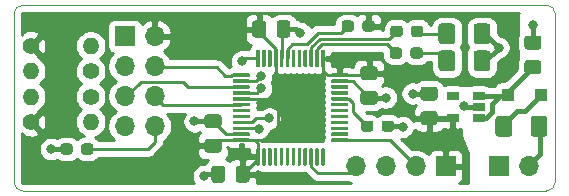
<source format=gbr>
%TF.GenerationSoftware,KiCad,Pcbnew,(5.1.8)-1*%
%TF.CreationDate,2021-01-31T15:43:31-07:00*%
%TF.ProjectId,Axle-Tx-PCB(STM32)v2,41786c65-2d54-4782-9d50-43422853544d,rev?*%
%TF.SameCoordinates,Original*%
%TF.FileFunction,Copper,L1,Top*%
%TF.FilePolarity,Positive*%
%FSLAX46Y46*%
G04 Gerber Fmt 4.6, Leading zero omitted, Abs format (unit mm)*
G04 Created by KiCad (PCBNEW (5.1.8)-1) date 2021-01-31 15:43:31*
%MOMM*%
%LPD*%
G01*
G04 APERTURE LIST*
%TA.AperFunction,Profile*%
%ADD10C,0.050000*%
%TD*%
%TA.AperFunction,ComponentPad*%
%ADD11O,1.700000X1.700000*%
%TD*%
%TA.AperFunction,ComponentPad*%
%ADD12R,1.700000X1.700000*%
%TD*%
%TA.AperFunction,ComponentPad*%
%ADD13O,1.400000X1.400000*%
%TD*%
%TA.AperFunction,ComponentPad*%
%ADD14C,1.400000*%
%TD*%
%TA.AperFunction,SMDPad,CuDef*%
%ADD15R,1.100000X1.100000*%
%TD*%
%TA.AperFunction,SMDPad,CuDef*%
%ADD16R,1.060000X0.650000*%
%TD*%
%TA.AperFunction,ViaPad*%
%ADD17C,0.800000*%
%TD*%
%TA.AperFunction,Conductor*%
%ADD18C,0.250000*%
%TD*%
%TA.AperFunction,Conductor*%
%ADD19C,0.400000*%
%TD*%
%TA.AperFunction,Conductor*%
%ADD20C,0.254000*%
%TD*%
%TA.AperFunction,Conductor*%
%ADD21C,0.100000*%
%TD*%
G04 APERTURE END LIST*
D10*
X67945000Y-36322000D02*
G75*
G02*
X68707000Y-37084000I0J-762000D01*
G01*
X68707000Y-51308000D02*
G75*
G02*
X67945000Y-52070000I-762000J0D01*
G01*
X23622000Y-52070000D02*
G75*
G02*
X22860000Y-51308000I0J762000D01*
G01*
X22860000Y-37084000D02*
G75*
G02*
X23622000Y-36322000I762000J0D01*
G01*
X22860000Y-51308000D02*
X22860000Y-37084000D01*
X67945000Y-52070000D02*
X23622000Y-52070000D01*
X68707000Y-37084000D02*
X68707000Y-51308000D01*
X23622000Y-36322000D02*
X67945000Y-36322000D01*
D11*
%TO.P,J1,8*%
%TO.N,SPI1-IRQ*%
X34798000Y-46583600D03*
%TO.P,J1,7*%
%TO.N,SPI1-MISO*%
X32258000Y-46583600D03*
%TO.P,J1,6*%
%TO.N,SPI1-MOSI*%
X34798000Y-44043600D03*
%TO.P,J1,5*%
%TO.N,SPI1-SCK*%
X32258000Y-44043600D03*
%TO.P,J1,4*%
%TO.N,SPI1-CSn*%
X34798000Y-41503600D03*
%TO.P,J1,3*%
%TO.N,SPI1-CE*%
X32258000Y-41503600D03*
%TO.P,J1,2*%
%TO.N,+3V3*%
X34798000Y-38963600D03*
D12*
%TO.P,J1,1*%
%TO.N,GND*%
X32258000Y-38963600D03*
%TD*%
%TO.P,STM32,48*%
%TO.N,+3V3*%
%TA.AperFunction,SMDPad,CuDef*%
G36*
G01*
X49778800Y-42108800D02*
X51103800Y-42108800D01*
G75*
G02*
X51178800Y-42183800I0J-75000D01*
G01*
X51178800Y-42333800D01*
G75*
G02*
X51103800Y-42408800I-75000J0D01*
G01*
X49778800Y-42408800D01*
G75*
G02*
X49703800Y-42333800I0J75000D01*
G01*
X49703800Y-42183800D01*
G75*
G02*
X49778800Y-42108800I75000J0D01*
G01*
G37*
%TD.AperFunction*%
%TO.P,STM32,47*%
%TO.N,GND*%
%TA.AperFunction,SMDPad,CuDef*%
G36*
G01*
X49778800Y-42608800D02*
X51103800Y-42608800D01*
G75*
G02*
X51178800Y-42683800I0J-75000D01*
G01*
X51178800Y-42833800D01*
G75*
G02*
X51103800Y-42908800I-75000J0D01*
G01*
X49778800Y-42908800D01*
G75*
G02*
X49703800Y-42833800I0J75000D01*
G01*
X49703800Y-42683800D01*
G75*
G02*
X49778800Y-42608800I75000J0D01*
G01*
G37*
%TD.AperFunction*%
%TO.P,STM32,46*%
%TO.N,Net-(STM32-Pad46)*%
%TA.AperFunction,SMDPad,CuDef*%
G36*
G01*
X49778800Y-43108800D02*
X51103800Y-43108800D01*
G75*
G02*
X51178800Y-43183800I0J-75000D01*
G01*
X51178800Y-43333800D01*
G75*
G02*
X51103800Y-43408800I-75000J0D01*
G01*
X49778800Y-43408800D01*
G75*
G02*
X49703800Y-43333800I0J75000D01*
G01*
X49703800Y-43183800D01*
G75*
G02*
X49778800Y-43108800I75000J0D01*
G01*
G37*
%TD.AperFunction*%
%TO.P,STM32,45*%
%TO.N,Net-(STM32-Pad45)*%
%TA.AperFunction,SMDPad,CuDef*%
G36*
G01*
X49778800Y-43608800D02*
X51103800Y-43608800D01*
G75*
G02*
X51178800Y-43683800I0J-75000D01*
G01*
X51178800Y-43833800D01*
G75*
G02*
X51103800Y-43908800I-75000J0D01*
G01*
X49778800Y-43908800D01*
G75*
G02*
X49703800Y-43833800I0J75000D01*
G01*
X49703800Y-43683800D01*
G75*
G02*
X49778800Y-43608800I75000J0D01*
G01*
G37*
%TD.AperFunction*%
%TO.P,STM32,44*%
%TO.N,Net-(R4-Pad1)*%
%TA.AperFunction,SMDPad,CuDef*%
G36*
G01*
X49778800Y-44108800D02*
X51103800Y-44108800D01*
G75*
G02*
X51178800Y-44183800I0J-75000D01*
G01*
X51178800Y-44333800D01*
G75*
G02*
X51103800Y-44408800I-75000J0D01*
G01*
X49778800Y-44408800D01*
G75*
G02*
X49703800Y-44333800I0J75000D01*
G01*
X49703800Y-44183800D01*
G75*
G02*
X49778800Y-44108800I75000J0D01*
G01*
G37*
%TD.AperFunction*%
%TO.P,STM32,43*%
%TO.N,Net-(STM32-Pad43)*%
%TA.AperFunction,SMDPad,CuDef*%
G36*
G01*
X49778800Y-44608800D02*
X51103800Y-44608800D01*
G75*
G02*
X51178800Y-44683800I0J-75000D01*
G01*
X51178800Y-44833800D01*
G75*
G02*
X51103800Y-44908800I-75000J0D01*
G01*
X49778800Y-44908800D01*
G75*
G02*
X49703800Y-44833800I0J75000D01*
G01*
X49703800Y-44683800D01*
G75*
G02*
X49778800Y-44608800I75000J0D01*
G01*
G37*
%TD.AperFunction*%
%TO.P,STM32,42*%
%TO.N,Net-(STM32-Pad42)*%
%TA.AperFunction,SMDPad,CuDef*%
G36*
G01*
X49778800Y-45108800D02*
X51103800Y-45108800D01*
G75*
G02*
X51178800Y-45183800I0J-75000D01*
G01*
X51178800Y-45333800D01*
G75*
G02*
X51103800Y-45408800I-75000J0D01*
G01*
X49778800Y-45408800D01*
G75*
G02*
X49703800Y-45333800I0J75000D01*
G01*
X49703800Y-45183800D01*
G75*
G02*
X49778800Y-45108800I75000J0D01*
G01*
G37*
%TD.AperFunction*%
%TO.P,STM32,41*%
%TO.N,Net-(STM32-Pad41)*%
%TA.AperFunction,SMDPad,CuDef*%
G36*
G01*
X49778800Y-45608800D02*
X51103800Y-45608800D01*
G75*
G02*
X51178800Y-45683800I0J-75000D01*
G01*
X51178800Y-45833800D01*
G75*
G02*
X51103800Y-45908800I-75000J0D01*
G01*
X49778800Y-45908800D01*
G75*
G02*
X49703800Y-45833800I0J75000D01*
G01*
X49703800Y-45683800D01*
G75*
G02*
X49778800Y-45608800I75000J0D01*
G01*
G37*
%TD.AperFunction*%
%TO.P,STM32,40*%
%TO.N,Net-(STM32-Pad40)*%
%TA.AperFunction,SMDPad,CuDef*%
G36*
G01*
X49778800Y-46108800D02*
X51103800Y-46108800D01*
G75*
G02*
X51178800Y-46183800I0J-75000D01*
G01*
X51178800Y-46333800D01*
G75*
G02*
X51103800Y-46408800I-75000J0D01*
G01*
X49778800Y-46408800D01*
G75*
G02*
X49703800Y-46333800I0J75000D01*
G01*
X49703800Y-46183800D01*
G75*
G02*
X49778800Y-46108800I75000J0D01*
G01*
G37*
%TD.AperFunction*%
%TO.P,STM32,39*%
%TO.N,Net-(STM32-Pad39)*%
%TA.AperFunction,SMDPad,CuDef*%
G36*
G01*
X49778800Y-46608800D02*
X51103800Y-46608800D01*
G75*
G02*
X51178800Y-46683800I0J-75000D01*
G01*
X51178800Y-46833800D01*
G75*
G02*
X51103800Y-46908800I-75000J0D01*
G01*
X49778800Y-46908800D01*
G75*
G02*
X49703800Y-46833800I0J75000D01*
G01*
X49703800Y-46683800D01*
G75*
G02*
X49778800Y-46608800I75000J0D01*
G01*
G37*
%TD.AperFunction*%
%TO.P,STM32,38*%
%TO.N,Net-(STM32-Pad38)*%
%TA.AperFunction,SMDPad,CuDef*%
G36*
G01*
X49778800Y-47108800D02*
X51103800Y-47108800D01*
G75*
G02*
X51178800Y-47183800I0J-75000D01*
G01*
X51178800Y-47333800D01*
G75*
G02*
X51103800Y-47408800I-75000J0D01*
G01*
X49778800Y-47408800D01*
G75*
G02*
X49703800Y-47333800I0J75000D01*
G01*
X49703800Y-47183800D01*
G75*
G02*
X49778800Y-47108800I75000J0D01*
G01*
G37*
%TD.AperFunction*%
%TO.P,STM32,37*%
%TO.N,PA14-SWCLK*%
%TA.AperFunction,SMDPad,CuDef*%
G36*
G01*
X49778800Y-47608800D02*
X51103800Y-47608800D01*
G75*
G02*
X51178800Y-47683800I0J-75000D01*
G01*
X51178800Y-47833800D01*
G75*
G02*
X51103800Y-47908800I-75000J0D01*
G01*
X49778800Y-47908800D01*
G75*
G02*
X49703800Y-47833800I0J75000D01*
G01*
X49703800Y-47683800D01*
G75*
G02*
X49778800Y-47608800I75000J0D01*
G01*
G37*
%TD.AperFunction*%
%TO.P,STM32,36*%
%TO.N,Net-(STM32-Pad36)*%
%TA.AperFunction,SMDPad,CuDef*%
G36*
G01*
X48953800Y-48433800D02*
X49103800Y-48433800D01*
G75*
G02*
X49178800Y-48508800I0J-75000D01*
G01*
X49178800Y-49833800D01*
G75*
G02*
X49103800Y-49908800I-75000J0D01*
G01*
X48953800Y-49908800D01*
G75*
G02*
X48878800Y-49833800I0J75000D01*
G01*
X48878800Y-48508800D01*
G75*
G02*
X48953800Y-48433800I75000J0D01*
G01*
G37*
%TD.AperFunction*%
%TO.P,STM32,35*%
%TO.N,Net-(STM32-Pad35)*%
%TA.AperFunction,SMDPad,CuDef*%
G36*
G01*
X48453800Y-48433800D02*
X48603800Y-48433800D01*
G75*
G02*
X48678800Y-48508800I0J-75000D01*
G01*
X48678800Y-49833800D01*
G75*
G02*
X48603800Y-49908800I-75000J0D01*
G01*
X48453800Y-49908800D01*
G75*
G02*
X48378800Y-49833800I0J75000D01*
G01*
X48378800Y-48508800D01*
G75*
G02*
X48453800Y-48433800I75000J0D01*
G01*
G37*
%TD.AperFunction*%
%TO.P,STM32,34*%
%TO.N,PA13-SWDIO*%
%TA.AperFunction,SMDPad,CuDef*%
G36*
G01*
X47953800Y-48433800D02*
X48103800Y-48433800D01*
G75*
G02*
X48178800Y-48508800I0J-75000D01*
G01*
X48178800Y-49833800D01*
G75*
G02*
X48103800Y-49908800I-75000J0D01*
G01*
X47953800Y-49908800D01*
G75*
G02*
X47878800Y-49833800I0J75000D01*
G01*
X47878800Y-48508800D01*
G75*
G02*
X47953800Y-48433800I75000J0D01*
G01*
G37*
%TD.AperFunction*%
%TO.P,STM32,33*%
%TO.N,Net-(STM32-Pad33)*%
%TA.AperFunction,SMDPad,CuDef*%
G36*
G01*
X47453800Y-48433800D02*
X47603800Y-48433800D01*
G75*
G02*
X47678800Y-48508800I0J-75000D01*
G01*
X47678800Y-49833800D01*
G75*
G02*
X47603800Y-49908800I-75000J0D01*
G01*
X47453800Y-49908800D01*
G75*
G02*
X47378800Y-49833800I0J75000D01*
G01*
X47378800Y-48508800D01*
G75*
G02*
X47453800Y-48433800I75000J0D01*
G01*
G37*
%TD.AperFunction*%
%TO.P,STM32,32*%
%TO.N,Net-(STM32-Pad32)*%
%TA.AperFunction,SMDPad,CuDef*%
G36*
G01*
X46953800Y-48433800D02*
X47103800Y-48433800D01*
G75*
G02*
X47178800Y-48508800I0J-75000D01*
G01*
X47178800Y-49833800D01*
G75*
G02*
X47103800Y-49908800I-75000J0D01*
G01*
X46953800Y-49908800D01*
G75*
G02*
X46878800Y-49833800I0J75000D01*
G01*
X46878800Y-48508800D01*
G75*
G02*
X46953800Y-48433800I75000J0D01*
G01*
G37*
%TD.AperFunction*%
%TO.P,STM32,31*%
%TO.N,Net-(STM32-Pad31)*%
%TA.AperFunction,SMDPad,CuDef*%
G36*
G01*
X46453800Y-48433800D02*
X46603800Y-48433800D01*
G75*
G02*
X46678800Y-48508800I0J-75000D01*
G01*
X46678800Y-49833800D01*
G75*
G02*
X46603800Y-49908800I-75000J0D01*
G01*
X46453800Y-49908800D01*
G75*
G02*
X46378800Y-49833800I0J75000D01*
G01*
X46378800Y-48508800D01*
G75*
G02*
X46453800Y-48433800I75000J0D01*
G01*
G37*
%TD.AperFunction*%
%TO.P,STM32,30*%
%TO.N,Net-(STM32-Pad30)*%
%TA.AperFunction,SMDPad,CuDef*%
G36*
G01*
X45953800Y-48433800D02*
X46103800Y-48433800D01*
G75*
G02*
X46178800Y-48508800I0J-75000D01*
G01*
X46178800Y-49833800D01*
G75*
G02*
X46103800Y-49908800I-75000J0D01*
G01*
X45953800Y-49908800D01*
G75*
G02*
X45878800Y-49833800I0J75000D01*
G01*
X45878800Y-48508800D01*
G75*
G02*
X45953800Y-48433800I75000J0D01*
G01*
G37*
%TD.AperFunction*%
%TO.P,STM32,29*%
%TO.N,Net-(STM32-Pad29)*%
%TA.AperFunction,SMDPad,CuDef*%
G36*
G01*
X45453800Y-48433800D02*
X45603800Y-48433800D01*
G75*
G02*
X45678800Y-48508800I0J-75000D01*
G01*
X45678800Y-49833800D01*
G75*
G02*
X45603800Y-49908800I-75000J0D01*
G01*
X45453800Y-49908800D01*
G75*
G02*
X45378800Y-49833800I0J75000D01*
G01*
X45378800Y-48508800D01*
G75*
G02*
X45453800Y-48433800I75000J0D01*
G01*
G37*
%TD.AperFunction*%
%TO.P,STM32,28*%
%TO.N,Net-(STM32-Pad28)*%
%TA.AperFunction,SMDPad,CuDef*%
G36*
G01*
X44953800Y-48433800D02*
X45103800Y-48433800D01*
G75*
G02*
X45178800Y-48508800I0J-75000D01*
G01*
X45178800Y-49833800D01*
G75*
G02*
X45103800Y-49908800I-75000J0D01*
G01*
X44953800Y-49908800D01*
G75*
G02*
X44878800Y-49833800I0J75000D01*
G01*
X44878800Y-48508800D01*
G75*
G02*
X44953800Y-48433800I75000J0D01*
G01*
G37*
%TD.AperFunction*%
%TO.P,STM32,27*%
%TO.N,Net-(STM32-Pad27)*%
%TA.AperFunction,SMDPad,CuDef*%
G36*
G01*
X44453800Y-48433800D02*
X44603800Y-48433800D01*
G75*
G02*
X44678800Y-48508800I0J-75000D01*
G01*
X44678800Y-49833800D01*
G75*
G02*
X44603800Y-49908800I-75000J0D01*
G01*
X44453800Y-49908800D01*
G75*
G02*
X44378800Y-49833800I0J75000D01*
G01*
X44378800Y-48508800D01*
G75*
G02*
X44453800Y-48433800I75000J0D01*
G01*
G37*
%TD.AperFunction*%
%TO.P,STM32,26*%
%TO.N,Net-(STM32-Pad26)*%
%TA.AperFunction,SMDPad,CuDef*%
G36*
G01*
X43953800Y-48433800D02*
X44103800Y-48433800D01*
G75*
G02*
X44178800Y-48508800I0J-75000D01*
G01*
X44178800Y-49833800D01*
G75*
G02*
X44103800Y-49908800I-75000J0D01*
G01*
X43953800Y-49908800D01*
G75*
G02*
X43878800Y-49833800I0J75000D01*
G01*
X43878800Y-48508800D01*
G75*
G02*
X43953800Y-48433800I75000J0D01*
G01*
G37*
%TD.AperFunction*%
%TO.P,STM32,25*%
%TO.N,+3V3*%
%TA.AperFunction,SMDPad,CuDef*%
G36*
G01*
X43453800Y-48433800D02*
X43603800Y-48433800D01*
G75*
G02*
X43678800Y-48508800I0J-75000D01*
G01*
X43678800Y-49833800D01*
G75*
G02*
X43603800Y-49908800I-75000J0D01*
G01*
X43453800Y-49908800D01*
G75*
G02*
X43378800Y-49833800I0J75000D01*
G01*
X43378800Y-48508800D01*
G75*
G02*
X43453800Y-48433800I75000J0D01*
G01*
G37*
%TD.AperFunction*%
%TO.P,STM32,24*%
%TA.AperFunction,SMDPad,CuDef*%
G36*
G01*
X41453800Y-47608800D02*
X42778800Y-47608800D01*
G75*
G02*
X42853800Y-47683800I0J-75000D01*
G01*
X42853800Y-47833800D01*
G75*
G02*
X42778800Y-47908800I-75000J0D01*
G01*
X41453800Y-47908800D01*
G75*
G02*
X41378800Y-47833800I0J75000D01*
G01*
X41378800Y-47683800D01*
G75*
G02*
X41453800Y-47608800I75000J0D01*
G01*
G37*
%TD.AperFunction*%
%TO.P,STM32,23*%
%TO.N,GND*%
%TA.AperFunction,SMDPad,CuDef*%
G36*
G01*
X41453800Y-47108800D02*
X42778800Y-47108800D01*
G75*
G02*
X42853800Y-47183800I0J-75000D01*
G01*
X42853800Y-47333800D01*
G75*
G02*
X42778800Y-47408800I-75000J0D01*
G01*
X41453800Y-47408800D01*
G75*
G02*
X41378800Y-47333800I0J75000D01*
G01*
X41378800Y-47183800D01*
G75*
G02*
X41453800Y-47108800I75000J0D01*
G01*
G37*
%TD.AperFunction*%
%TO.P,STM32,22*%
%TO.N,SDADC-AIN8m*%
%TA.AperFunction,SMDPad,CuDef*%
G36*
G01*
X41453800Y-46608800D02*
X42778800Y-46608800D01*
G75*
G02*
X42853800Y-46683800I0J-75000D01*
G01*
X42853800Y-46833800D01*
G75*
G02*
X42778800Y-46908800I-75000J0D01*
G01*
X41453800Y-46908800D01*
G75*
G02*
X41378800Y-46833800I0J75000D01*
G01*
X41378800Y-46683800D01*
G75*
G02*
X41453800Y-46608800I75000J0D01*
G01*
G37*
%TD.AperFunction*%
%TO.P,STM32,21*%
%TO.N,SDADC1-AIN8p*%
%TA.AperFunction,SMDPad,CuDef*%
G36*
G01*
X41453800Y-46108800D02*
X42778800Y-46108800D01*
G75*
G02*
X42853800Y-46183800I0J-75000D01*
G01*
X42853800Y-46333800D01*
G75*
G02*
X42778800Y-46408800I-75000J0D01*
G01*
X41453800Y-46408800D01*
G75*
G02*
X41378800Y-46333800I0J75000D01*
G01*
X41378800Y-46183800D01*
G75*
G02*
X41453800Y-46108800I75000J0D01*
G01*
G37*
%TD.AperFunction*%
%TO.P,STM32,20*%
%TO.N,Net-(STM32-Pad20)*%
%TA.AperFunction,SMDPad,CuDef*%
G36*
G01*
X41453800Y-45608800D02*
X42778800Y-45608800D01*
G75*
G02*
X42853800Y-45683800I0J-75000D01*
G01*
X42853800Y-45833800D01*
G75*
G02*
X42778800Y-45908800I-75000J0D01*
G01*
X41453800Y-45908800D01*
G75*
G02*
X41378800Y-45833800I0J75000D01*
G01*
X41378800Y-45683800D01*
G75*
G02*
X41453800Y-45608800I75000J0D01*
G01*
G37*
%TD.AperFunction*%
%TO.P,STM32,19*%
%TO.N,Net-(STM32-Pad19)*%
%TA.AperFunction,SMDPad,CuDef*%
G36*
G01*
X41453800Y-45108800D02*
X42778800Y-45108800D01*
G75*
G02*
X42853800Y-45183800I0J-75000D01*
G01*
X42853800Y-45333800D01*
G75*
G02*
X42778800Y-45408800I-75000J0D01*
G01*
X41453800Y-45408800D01*
G75*
G02*
X41378800Y-45333800I0J75000D01*
G01*
X41378800Y-45183800D01*
G75*
G02*
X41453800Y-45108800I75000J0D01*
G01*
G37*
%TD.AperFunction*%
%TO.P,STM32,18*%
%TO.N,SPI1-MOSI*%
%TA.AperFunction,SMDPad,CuDef*%
G36*
G01*
X41453800Y-44608800D02*
X42778800Y-44608800D01*
G75*
G02*
X42853800Y-44683800I0J-75000D01*
G01*
X42853800Y-44833800D01*
G75*
G02*
X42778800Y-44908800I-75000J0D01*
G01*
X41453800Y-44908800D01*
G75*
G02*
X41378800Y-44833800I0J75000D01*
G01*
X41378800Y-44683800D01*
G75*
G02*
X41453800Y-44608800I75000J0D01*
G01*
G37*
%TD.AperFunction*%
%TO.P,STM32,17*%
%TO.N,+3V3*%
%TA.AperFunction,SMDPad,CuDef*%
G36*
G01*
X41453800Y-44108800D02*
X42778800Y-44108800D01*
G75*
G02*
X42853800Y-44183800I0J-75000D01*
G01*
X42853800Y-44333800D01*
G75*
G02*
X42778800Y-44408800I-75000J0D01*
G01*
X41453800Y-44408800D01*
G75*
G02*
X41378800Y-44333800I0J75000D01*
G01*
X41378800Y-44183800D01*
G75*
G02*
X41453800Y-44108800I75000J0D01*
G01*
G37*
%TD.AperFunction*%
%TO.P,STM32,16*%
%TO.N,SPI1-MISO*%
%TA.AperFunction,SMDPad,CuDef*%
G36*
G01*
X41453800Y-43608800D02*
X42778800Y-43608800D01*
G75*
G02*
X42853800Y-43683800I0J-75000D01*
G01*
X42853800Y-43833800D01*
G75*
G02*
X42778800Y-43908800I-75000J0D01*
G01*
X41453800Y-43908800D01*
G75*
G02*
X41378800Y-43833800I0J75000D01*
G01*
X41378800Y-43683800D01*
G75*
G02*
X41453800Y-43608800I75000J0D01*
G01*
G37*
%TD.AperFunction*%
%TO.P,STM32,15*%
%TO.N,SPI1-SCK*%
%TA.AperFunction,SMDPad,CuDef*%
G36*
G01*
X41453800Y-43108800D02*
X42778800Y-43108800D01*
G75*
G02*
X42853800Y-43183800I0J-75000D01*
G01*
X42853800Y-43333800D01*
G75*
G02*
X42778800Y-43408800I-75000J0D01*
G01*
X41453800Y-43408800D01*
G75*
G02*
X41378800Y-43333800I0J75000D01*
G01*
X41378800Y-43183800D01*
G75*
G02*
X41453800Y-43108800I75000J0D01*
G01*
G37*
%TD.AperFunction*%
%TO.P,STM32,14*%
%TO.N,SPI1-IRQ*%
%TA.AperFunction,SMDPad,CuDef*%
G36*
G01*
X41453800Y-42608800D02*
X42778800Y-42608800D01*
G75*
G02*
X42853800Y-42683800I0J-75000D01*
G01*
X42853800Y-42833800D01*
G75*
G02*
X42778800Y-42908800I-75000J0D01*
G01*
X41453800Y-42908800D01*
G75*
G02*
X41378800Y-42833800I0J75000D01*
G01*
X41378800Y-42683800D01*
G75*
G02*
X41453800Y-42608800I75000J0D01*
G01*
G37*
%TD.AperFunction*%
%TO.P,STM32,13*%
%TO.N,SPI1-CSn*%
%TA.AperFunction,SMDPad,CuDef*%
G36*
G01*
X41453800Y-42108800D02*
X42778800Y-42108800D01*
G75*
G02*
X42853800Y-42183800I0J-75000D01*
G01*
X42853800Y-42333800D01*
G75*
G02*
X42778800Y-42408800I-75000J0D01*
G01*
X41453800Y-42408800D01*
G75*
G02*
X41378800Y-42333800I0J75000D01*
G01*
X41378800Y-42183800D01*
G75*
G02*
X41453800Y-42108800I75000J0D01*
G01*
G37*
%TD.AperFunction*%
%TO.P,STM32,12*%
%TO.N,SPI1-CE*%
%TA.AperFunction,SMDPad,CuDef*%
G36*
G01*
X43453800Y-40108800D02*
X43603800Y-40108800D01*
G75*
G02*
X43678800Y-40183800I0J-75000D01*
G01*
X43678800Y-41508800D01*
G75*
G02*
X43603800Y-41583800I-75000J0D01*
G01*
X43453800Y-41583800D01*
G75*
G02*
X43378800Y-41508800I0J75000D01*
G01*
X43378800Y-40183800D01*
G75*
G02*
X43453800Y-40108800I75000J0D01*
G01*
G37*
%TD.AperFunction*%
%TO.P,STM32,11*%
%TO.N,Net-(STM32-Pad11)*%
%TA.AperFunction,SMDPad,CuDef*%
G36*
G01*
X43953800Y-40108800D02*
X44103800Y-40108800D01*
G75*
G02*
X44178800Y-40183800I0J-75000D01*
G01*
X44178800Y-41508800D01*
G75*
G02*
X44103800Y-41583800I-75000J0D01*
G01*
X43953800Y-41583800D01*
G75*
G02*
X43878800Y-41508800I0J75000D01*
G01*
X43878800Y-40183800D01*
G75*
G02*
X43953800Y-40108800I75000J0D01*
G01*
G37*
%TD.AperFunction*%
%TO.P,STM32,10*%
%TO.N,Net-(STM32-Pad10)*%
%TA.AperFunction,SMDPad,CuDef*%
G36*
G01*
X44453800Y-40108800D02*
X44603800Y-40108800D01*
G75*
G02*
X44678800Y-40183800I0J-75000D01*
G01*
X44678800Y-41508800D01*
G75*
G02*
X44603800Y-41583800I-75000J0D01*
G01*
X44453800Y-41583800D01*
G75*
G02*
X44378800Y-41508800I0J75000D01*
G01*
X44378800Y-40183800D01*
G75*
G02*
X44453800Y-40108800I75000J0D01*
G01*
G37*
%TD.AperFunction*%
%TO.P,STM32,9*%
%TO.N,+3V3*%
%TA.AperFunction,SMDPad,CuDef*%
G36*
G01*
X44953800Y-40108800D02*
X45103800Y-40108800D01*
G75*
G02*
X45178800Y-40183800I0J-75000D01*
G01*
X45178800Y-41508800D01*
G75*
G02*
X45103800Y-41583800I-75000J0D01*
G01*
X44953800Y-41583800D01*
G75*
G02*
X44878800Y-41508800I0J75000D01*
G01*
X44878800Y-40183800D01*
G75*
G02*
X44953800Y-40108800I75000J0D01*
G01*
G37*
%TD.AperFunction*%
%TO.P,STM32,8*%
%TO.N,GND*%
%TA.AperFunction,SMDPad,CuDef*%
G36*
G01*
X45453800Y-40108800D02*
X45603800Y-40108800D01*
G75*
G02*
X45678800Y-40183800I0J-75000D01*
G01*
X45678800Y-41508800D01*
G75*
G02*
X45603800Y-41583800I-75000J0D01*
G01*
X45453800Y-41583800D01*
G75*
G02*
X45378800Y-41508800I0J75000D01*
G01*
X45378800Y-40183800D01*
G75*
G02*
X45453800Y-40108800I75000J0D01*
G01*
G37*
%TD.AperFunction*%
%TO.P,STM32,7*%
%TO.N,Net-(R5-Pad2)*%
%TA.AperFunction,SMDPad,CuDef*%
G36*
G01*
X45953800Y-40108800D02*
X46103800Y-40108800D01*
G75*
G02*
X46178800Y-40183800I0J-75000D01*
G01*
X46178800Y-41508800D01*
G75*
G02*
X46103800Y-41583800I-75000J0D01*
G01*
X45953800Y-41583800D01*
G75*
G02*
X45878800Y-41508800I0J75000D01*
G01*
X45878800Y-40183800D01*
G75*
G02*
X45953800Y-40108800I75000J0D01*
G01*
G37*
%TD.AperFunction*%
%TO.P,STM32,6*%
%TO.N,Net-(STM32-Pad6)*%
%TA.AperFunction,SMDPad,CuDef*%
G36*
G01*
X46453800Y-40108800D02*
X46603800Y-40108800D01*
G75*
G02*
X46678800Y-40183800I0J-75000D01*
G01*
X46678800Y-41508800D01*
G75*
G02*
X46603800Y-41583800I-75000J0D01*
G01*
X46453800Y-41583800D01*
G75*
G02*
X46378800Y-41508800I0J75000D01*
G01*
X46378800Y-40183800D01*
G75*
G02*
X46453800Y-40108800I75000J0D01*
G01*
G37*
%TD.AperFunction*%
%TO.P,STM32,5*%
%TO.N,Net-(STM32-Pad5)*%
%TA.AperFunction,SMDPad,CuDef*%
G36*
G01*
X46953800Y-40108800D02*
X47103800Y-40108800D01*
G75*
G02*
X47178800Y-40183800I0J-75000D01*
G01*
X47178800Y-41508800D01*
G75*
G02*
X47103800Y-41583800I-75000J0D01*
G01*
X46953800Y-41583800D01*
G75*
G02*
X46878800Y-41508800I0J75000D01*
G01*
X46878800Y-40183800D01*
G75*
G02*
X46953800Y-40108800I75000J0D01*
G01*
G37*
%TD.AperFunction*%
%TO.P,STM32,4*%
%TO.N,Net-(STM32-Pad4)*%
%TA.AperFunction,SMDPad,CuDef*%
G36*
G01*
X47453800Y-40108800D02*
X47603800Y-40108800D01*
G75*
G02*
X47678800Y-40183800I0J-75000D01*
G01*
X47678800Y-41508800D01*
G75*
G02*
X47603800Y-41583800I-75000J0D01*
G01*
X47453800Y-41583800D01*
G75*
G02*
X47378800Y-41508800I0J75000D01*
G01*
X47378800Y-40183800D01*
G75*
G02*
X47453800Y-40108800I75000J0D01*
G01*
G37*
%TD.AperFunction*%
%TO.P,STM32,3*%
%TO.N,Net-(R2-Pad1)*%
%TA.AperFunction,SMDPad,CuDef*%
G36*
G01*
X47953800Y-40108800D02*
X48103800Y-40108800D01*
G75*
G02*
X48178800Y-40183800I0J-75000D01*
G01*
X48178800Y-41508800D01*
G75*
G02*
X48103800Y-41583800I-75000J0D01*
G01*
X47953800Y-41583800D01*
G75*
G02*
X47878800Y-41508800I0J75000D01*
G01*
X47878800Y-40183800D01*
G75*
G02*
X47953800Y-40108800I75000J0D01*
G01*
G37*
%TD.AperFunction*%
%TO.P,STM32,2*%
%TO.N,Net-(R1-Pad1)*%
%TA.AperFunction,SMDPad,CuDef*%
G36*
G01*
X48453800Y-40108800D02*
X48603800Y-40108800D01*
G75*
G02*
X48678800Y-40183800I0J-75000D01*
G01*
X48678800Y-41508800D01*
G75*
G02*
X48603800Y-41583800I-75000J0D01*
G01*
X48453800Y-41583800D01*
G75*
G02*
X48378800Y-41508800I0J75000D01*
G01*
X48378800Y-40183800D01*
G75*
G02*
X48453800Y-40108800I75000J0D01*
G01*
G37*
%TD.AperFunction*%
%TO.P,STM32,1*%
%TO.N,+3V3*%
%TA.AperFunction,SMDPad,CuDef*%
G36*
G01*
X48953800Y-40108800D02*
X49103800Y-40108800D01*
G75*
G02*
X49178800Y-40183800I0J-75000D01*
G01*
X49178800Y-41508800D01*
G75*
G02*
X49103800Y-41583800I-75000J0D01*
G01*
X48953800Y-41583800D01*
G75*
G02*
X48878800Y-41508800I0J75000D01*
G01*
X48878800Y-40183800D01*
G75*
G02*
X48953800Y-40108800I75000J0D01*
G01*
G37*
%TD.AperFunction*%
%TD*%
D11*
%TO.P,SWD1,4*%
%TO.N,PA13-SWDIO*%
X51816000Y-49987200D03*
%TO.P,SWD1,3*%
%TO.N,GND*%
X54356000Y-49987200D03*
%TO.P,SWD1,2*%
%TO.N,PA14-SWCLK*%
X56896000Y-49987200D03*
D12*
%TO.P,SWD1,1*%
%TO.N,+3V3*%
X59436000Y-49987200D03*
%TD*%
D13*
%TO.P,SG4,2*%
%TO.N,GND*%
X24282400Y-41910000D03*
D14*
%TO.P,SG4,1*%
%TO.N,SDADC1-AIN8p*%
X29362400Y-41910000D03*
%TD*%
D13*
%TO.P,SG3,2*%
%TO.N,SDADC1-AIN8p*%
X29362400Y-39776400D03*
D14*
%TO.P,SG3,1*%
%TO.N,+3V3*%
X24282400Y-39776400D03*
%TD*%
D13*
%TO.P,SG2,2*%
%TO.N,GND*%
X24282400Y-44069000D03*
D14*
%TO.P,SG2,1*%
%TO.N,SDADC-AIN8m*%
X29362400Y-44069000D03*
%TD*%
D13*
%TO.P,SG1,2*%
%TO.N,SDADC-AIN8m*%
X29362400Y-46202600D03*
D14*
%TO.P,SG1,1*%
%TO.N,+3V3*%
X24282400Y-46202600D03*
%TD*%
%TO.P,R6,2*%
%TO.N,SPI1-IRQ*%
%TA.AperFunction,SMDPad,CuDef*%
G36*
G01*
X28544000Y-48751500D02*
X28544000Y-48276500D01*
G75*
G02*
X28781500Y-48039000I237500J0D01*
G01*
X29356500Y-48039000D01*
G75*
G02*
X29594000Y-48276500I0J-237500D01*
G01*
X29594000Y-48751500D01*
G75*
G02*
X29356500Y-48989000I-237500J0D01*
G01*
X28781500Y-48989000D01*
G75*
G02*
X28544000Y-48751500I0J237500D01*
G01*
G37*
%TD.AperFunction*%
%TO.P,R6,1*%
%TO.N,GND*%
%TA.AperFunction,SMDPad,CuDef*%
G36*
G01*
X26794000Y-48751500D02*
X26794000Y-48276500D01*
G75*
G02*
X27031500Y-48039000I237500J0D01*
G01*
X27606500Y-48039000D01*
G75*
G02*
X27844000Y-48276500I0J-237500D01*
G01*
X27844000Y-48751500D01*
G75*
G02*
X27606500Y-48989000I-237500J0D01*
G01*
X27031500Y-48989000D01*
G75*
G02*
X26794000Y-48751500I0J237500D01*
G01*
G37*
%TD.AperFunction*%
%TD*%
%TO.P,R5,2*%
%TO.N,Net-(R5-Pad2)*%
%TA.AperFunction,SMDPad,CuDef*%
G36*
G01*
X51669200Y-37862500D02*
X51669200Y-38337500D01*
G75*
G02*
X51431700Y-38575000I-237500J0D01*
G01*
X50856700Y-38575000D01*
G75*
G02*
X50619200Y-38337500I0J237500D01*
G01*
X50619200Y-37862500D01*
G75*
G02*
X50856700Y-37625000I237500J0D01*
G01*
X51431700Y-37625000D01*
G75*
G02*
X51669200Y-37862500I0J-237500D01*
G01*
G37*
%TD.AperFunction*%
%TO.P,R5,1*%
%TO.N,+3V3*%
%TA.AperFunction,SMDPad,CuDef*%
G36*
G01*
X53419200Y-37862500D02*
X53419200Y-38337500D01*
G75*
G02*
X53181700Y-38575000I-237500J0D01*
G01*
X52606700Y-38575000D01*
G75*
G02*
X52369200Y-38337500I0J237500D01*
G01*
X52369200Y-37862500D01*
G75*
G02*
X52606700Y-37625000I237500J0D01*
G01*
X53181700Y-37625000D01*
G75*
G02*
X53419200Y-37862500I0J-237500D01*
G01*
G37*
%TD.AperFunction*%
%TD*%
%TO.P,R4,2*%
%TO.N,GND*%
%TA.AperFunction,SMDPad,CuDef*%
G36*
G01*
X53994800Y-46821100D02*
X53994800Y-46346100D01*
G75*
G02*
X54232300Y-46108600I237500J0D01*
G01*
X54807300Y-46108600D01*
G75*
G02*
X55044800Y-46346100I0J-237500D01*
G01*
X55044800Y-46821100D01*
G75*
G02*
X54807300Y-47058600I-237500J0D01*
G01*
X54232300Y-47058600D01*
G75*
G02*
X53994800Y-46821100I0J237500D01*
G01*
G37*
%TD.AperFunction*%
%TO.P,R4,1*%
%TO.N,Net-(R4-Pad1)*%
%TA.AperFunction,SMDPad,CuDef*%
G36*
G01*
X52244800Y-46821100D02*
X52244800Y-46346100D01*
G75*
G02*
X52482300Y-46108600I237500J0D01*
G01*
X53057300Y-46108600D01*
G75*
G02*
X53294800Y-46346100I0J-237500D01*
G01*
X53294800Y-46821100D01*
G75*
G02*
X53057300Y-47058600I-237500J0D01*
G01*
X52482300Y-47058600D01*
G75*
G02*
X52244800Y-46821100I0J237500D01*
G01*
G37*
%TD.AperFunction*%
%TD*%
%TO.P,R2,2*%
%TO.N,Net-(LED2-Pad2)*%
%TA.AperFunction,SMDPad,CuDef*%
G36*
G01*
X56484000Y-38794700D02*
X56484000Y-38319700D01*
G75*
G02*
X56721500Y-38082200I237500J0D01*
G01*
X57296500Y-38082200D01*
G75*
G02*
X57534000Y-38319700I0J-237500D01*
G01*
X57534000Y-38794700D01*
G75*
G02*
X57296500Y-39032200I-237500J0D01*
G01*
X56721500Y-39032200D01*
G75*
G02*
X56484000Y-38794700I0J237500D01*
G01*
G37*
%TD.AperFunction*%
%TO.P,R2,1*%
%TO.N,Net-(R2-Pad1)*%
%TA.AperFunction,SMDPad,CuDef*%
G36*
G01*
X54734000Y-38794700D02*
X54734000Y-38319700D01*
G75*
G02*
X54971500Y-38082200I237500J0D01*
G01*
X55546500Y-38082200D01*
G75*
G02*
X55784000Y-38319700I0J-237500D01*
G01*
X55784000Y-38794700D01*
G75*
G02*
X55546500Y-39032200I-237500J0D01*
G01*
X54971500Y-39032200D01*
G75*
G02*
X54734000Y-38794700I0J237500D01*
G01*
G37*
%TD.AperFunction*%
%TD*%
%TO.P,R1,2*%
%TO.N,Net-(LED1-Pad2)*%
%TA.AperFunction,SMDPad,CuDef*%
G36*
G01*
X56433200Y-40623500D02*
X56433200Y-40148500D01*
G75*
G02*
X56670700Y-39911000I237500J0D01*
G01*
X57245700Y-39911000D01*
G75*
G02*
X57483200Y-40148500I0J-237500D01*
G01*
X57483200Y-40623500D01*
G75*
G02*
X57245700Y-40861000I-237500J0D01*
G01*
X56670700Y-40861000D01*
G75*
G02*
X56433200Y-40623500I0J237500D01*
G01*
G37*
%TD.AperFunction*%
%TO.P,R1,1*%
%TO.N,Net-(R1-Pad1)*%
%TA.AperFunction,SMDPad,CuDef*%
G36*
G01*
X54683200Y-40623500D02*
X54683200Y-40148500D01*
G75*
G02*
X54920700Y-39911000I237500J0D01*
G01*
X55495700Y-39911000D01*
G75*
G02*
X55733200Y-40148500I0J-237500D01*
G01*
X55733200Y-40623500D01*
G75*
G02*
X55495700Y-40861000I-237500J0D01*
G01*
X54920700Y-40861000D01*
G75*
G02*
X54683200Y-40623500I0J237500D01*
G01*
G37*
%TD.AperFunction*%
%TD*%
%TO.P,F1,2*%
%TO.N,Net-(B+1-Pad2)*%
%TA.AperFunction,SMDPad,CuDef*%
G36*
G01*
X66611800Y-47208600D02*
X66611800Y-45958600D01*
G75*
G02*
X66861800Y-45708600I250000J0D01*
G01*
X67786800Y-45708600D01*
G75*
G02*
X68036800Y-45958600I0J-250000D01*
G01*
X68036800Y-47208600D01*
G75*
G02*
X67786800Y-47458600I-250000J0D01*
G01*
X66861800Y-47458600D01*
G75*
G02*
X66611800Y-47208600I0J250000D01*
G01*
G37*
%TD.AperFunction*%
%TO.P,F1,1*%
%TO.N,Net-(D1-Pad2)*%
%TA.AperFunction,SMDPad,CuDef*%
G36*
G01*
X63636800Y-47208600D02*
X63636800Y-45958600D01*
G75*
G02*
X63886800Y-45708600I250000J0D01*
G01*
X64811800Y-45708600D01*
G75*
G02*
X65061800Y-45958600I0J-250000D01*
G01*
X65061800Y-47208600D01*
G75*
G02*
X64811800Y-47458600I-250000J0D01*
G01*
X63886800Y-47458600D01*
G75*
G02*
X63636800Y-47208600I0J250000D01*
G01*
G37*
%TD.AperFunction*%
%TD*%
%TO.P,LED2,2*%
%TO.N,Net-(LED2-Pad2)*%
%TA.AperFunction,SMDPad,CuDef*%
G36*
G01*
X60235800Y-38135400D02*
X60235800Y-39385400D01*
G75*
G02*
X59985800Y-39635400I-250000J0D01*
G01*
X59060800Y-39635400D01*
G75*
G02*
X58810800Y-39385400I0J250000D01*
G01*
X58810800Y-38135400D01*
G75*
G02*
X59060800Y-37885400I250000J0D01*
G01*
X59985800Y-37885400D01*
G75*
G02*
X60235800Y-38135400I0J-250000D01*
G01*
G37*
%TD.AperFunction*%
%TO.P,LED2,1*%
%TO.N,GND*%
%TA.AperFunction,SMDPad,CuDef*%
G36*
G01*
X63210800Y-38135400D02*
X63210800Y-39385400D01*
G75*
G02*
X62960800Y-39635400I-250000J0D01*
G01*
X62035800Y-39635400D01*
G75*
G02*
X61785800Y-39385400I0J250000D01*
G01*
X61785800Y-38135400D01*
G75*
G02*
X62035800Y-37885400I250000J0D01*
G01*
X62960800Y-37885400D01*
G75*
G02*
X63210800Y-38135400I0J-250000D01*
G01*
G37*
%TD.AperFunction*%
%TD*%
%TO.P,LED1,2*%
%TO.N,Net-(LED1-Pad2)*%
%TA.AperFunction,SMDPad,CuDef*%
G36*
G01*
X60235800Y-40421400D02*
X60235800Y-41671400D01*
G75*
G02*
X59985800Y-41921400I-250000J0D01*
G01*
X59060800Y-41921400D01*
G75*
G02*
X58810800Y-41671400I0J250000D01*
G01*
X58810800Y-40421400D01*
G75*
G02*
X59060800Y-40171400I250000J0D01*
G01*
X59985800Y-40171400D01*
G75*
G02*
X60235800Y-40421400I0J-250000D01*
G01*
G37*
%TD.AperFunction*%
%TO.P,LED1,1*%
%TO.N,GND*%
%TA.AperFunction,SMDPad,CuDef*%
G36*
G01*
X63210800Y-40421400D02*
X63210800Y-41671400D01*
G75*
G02*
X62960800Y-41921400I-250000J0D01*
G01*
X62035800Y-41921400D01*
G75*
G02*
X61785800Y-41671400I0J250000D01*
G01*
X61785800Y-40421400D01*
G75*
G02*
X62035800Y-40171400I250000J0D01*
G01*
X62960800Y-40171400D01*
G75*
G02*
X63210800Y-40421400I0J-250000D01*
G01*
G37*
%TD.AperFunction*%
%TD*%
D15*
%TO.P,D1,2*%
%TO.N,Net-(D1-Pad2)*%
X67490800Y-43942000D03*
%TO.P,D1,1*%
%TO.N,Net-(3v3reg1-Pad1)*%
X64690800Y-43942000D03*
%TD*%
%TO.P,C7,2*%
%TO.N,GND*%
%TA.AperFunction,SMDPad,CuDef*%
G36*
G01*
X58488600Y-44406400D02*
X57538600Y-44406400D01*
G75*
G02*
X57288600Y-44156400I0J250000D01*
G01*
X57288600Y-43481400D01*
G75*
G02*
X57538600Y-43231400I250000J0D01*
G01*
X58488600Y-43231400D01*
G75*
G02*
X58738600Y-43481400I0J-250000D01*
G01*
X58738600Y-44156400D01*
G75*
G02*
X58488600Y-44406400I-250000J0D01*
G01*
G37*
%TD.AperFunction*%
%TO.P,C7,1*%
%TO.N,+3V3*%
%TA.AperFunction,SMDPad,CuDef*%
G36*
G01*
X58488600Y-46481400D02*
X57538600Y-46481400D01*
G75*
G02*
X57288600Y-46231400I0J250000D01*
G01*
X57288600Y-45556400D01*
G75*
G02*
X57538600Y-45306400I250000J0D01*
G01*
X58488600Y-45306400D01*
G75*
G02*
X58738600Y-45556400I0J-250000D01*
G01*
X58738600Y-46231400D01*
G75*
G02*
X58488600Y-46481400I-250000J0D01*
G01*
G37*
%TD.AperFunction*%
%TD*%
%TO.P,C6,2*%
%TO.N,GND*%
%TA.AperFunction,SMDPad,CuDef*%
G36*
G01*
X67277000Y-40088400D02*
X66327000Y-40088400D01*
G75*
G02*
X66077000Y-39838400I0J250000D01*
G01*
X66077000Y-39163400D01*
G75*
G02*
X66327000Y-38913400I250000J0D01*
G01*
X67277000Y-38913400D01*
G75*
G02*
X67527000Y-39163400I0J-250000D01*
G01*
X67527000Y-39838400D01*
G75*
G02*
X67277000Y-40088400I-250000J0D01*
G01*
G37*
%TD.AperFunction*%
%TO.P,C6,1*%
%TO.N,Net-(3v3reg1-Pad1)*%
%TA.AperFunction,SMDPad,CuDef*%
G36*
G01*
X67277000Y-42163400D02*
X66327000Y-42163400D01*
G75*
G02*
X66077000Y-41913400I0J250000D01*
G01*
X66077000Y-41238400D01*
G75*
G02*
X66327000Y-40988400I250000J0D01*
G01*
X67277000Y-40988400D01*
G75*
G02*
X67527000Y-41238400I0J-250000D01*
G01*
X67527000Y-41913400D01*
G75*
G02*
X67277000Y-42163400I-250000J0D01*
G01*
G37*
%TD.AperFunction*%
%TD*%
%TO.P,C4,2*%
%TO.N,GND*%
%TA.AperFunction,SMDPad,CuDef*%
G36*
G01*
X40200600Y-46743200D02*
X39250600Y-46743200D01*
G75*
G02*
X39000600Y-46493200I0J250000D01*
G01*
X39000600Y-45818200D01*
G75*
G02*
X39250600Y-45568200I250000J0D01*
G01*
X40200600Y-45568200D01*
G75*
G02*
X40450600Y-45818200I0J-250000D01*
G01*
X40450600Y-46493200D01*
G75*
G02*
X40200600Y-46743200I-250000J0D01*
G01*
G37*
%TD.AperFunction*%
%TO.P,C4,1*%
%TO.N,+3V3*%
%TA.AperFunction,SMDPad,CuDef*%
G36*
G01*
X40200600Y-48818200D02*
X39250600Y-48818200D01*
G75*
G02*
X39000600Y-48568200I0J250000D01*
G01*
X39000600Y-47893200D01*
G75*
G02*
X39250600Y-47643200I250000J0D01*
G01*
X40200600Y-47643200D01*
G75*
G02*
X40450600Y-47893200I0J-250000D01*
G01*
X40450600Y-48568200D01*
G75*
G02*
X40200600Y-48818200I-250000J0D01*
G01*
G37*
%TD.AperFunction*%
%TD*%
%TO.P,C3,2*%
%TO.N,GND*%
%TA.AperFunction,SMDPad,CuDef*%
G36*
G01*
X40748800Y-50172600D02*
X40748800Y-51122600D01*
G75*
G02*
X40498800Y-51372600I-250000J0D01*
G01*
X39823800Y-51372600D01*
G75*
G02*
X39573800Y-51122600I0J250000D01*
G01*
X39573800Y-50172600D01*
G75*
G02*
X39823800Y-49922600I250000J0D01*
G01*
X40498800Y-49922600D01*
G75*
G02*
X40748800Y-50172600I0J-250000D01*
G01*
G37*
%TD.AperFunction*%
%TO.P,C3,1*%
%TO.N,+3V3*%
%TA.AperFunction,SMDPad,CuDef*%
G36*
G01*
X42823800Y-50172600D02*
X42823800Y-51122600D01*
G75*
G02*
X42573800Y-51372600I-250000J0D01*
G01*
X41898800Y-51372600D01*
G75*
G02*
X41648800Y-51122600I0J250000D01*
G01*
X41648800Y-50172600D01*
G75*
G02*
X41898800Y-49922600I250000J0D01*
G01*
X42573800Y-49922600D01*
G75*
G02*
X42823800Y-50172600I0J-250000D01*
G01*
G37*
%TD.AperFunction*%
%TD*%
%TO.P,C2,2*%
%TO.N,GND*%
%TA.AperFunction,SMDPad,CuDef*%
G36*
G01*
X45103200Y-38829000D02*
X45103200Y-37879000D01*
G75*
G02*
X45353200Y-37629000I250000J0D01*
G01*
X46028200Y-37629000D01*
G75*
G02*
X46278200Y-37879000I0J-250000D01*
G01*
X46278200Y-38829000D01*
G75*
G02*
X46028200Y-39079000I-250000J0D01*
G01*
X45353200Y-39079000D01*
G75*
G02*
X45103200Y-38829000I0J250000D01*
G01*
G37*
%TD.AperFunction*%
%TO.P,C2,1*%
%TO.N,+3V3*%
%TA.AperFunction,SMDPad,CuDef*%
G36*
G01*
X43028200Y-38829000D02*
X43028200Y-37879000D01*
G75*
G02*
X43278200Y-37629000I250000J0D01*
G01*
X43953200Y-37629000D01*
G75*
G02*
X44203200Y-37879000I0J-250000D01*
G01*
X44203200Y-38829000D01*
G75*
G02*
X43953200Y-39079000I-250000J0D01*
G01*
X43278200Y-39079000D01*
G75*
G02*
X43028200Y-38829000I0J250000D01*
G01*
G37*
%TD.AperFunction*%
%TD*%
%TO.P,C1,2*%
%TO.N,GND*%
%TA.AperFunction,SMDPad,CuDef*%
G36*
G01*
X52458600Y-43579200D02*
X53408600Y-43579200D01*
G75*
G02*
X53658600Y-43829200I0J-250000D01*
G01*
X53658600Y-44504200D01*
G75*
G02*
X53408600Y-44754200I-250000J0D01*
G01*
X52458600Y-44754200D01*
G75*
G02*
X52208600Y-44504200I0J250000D01*
G01*
X52208600Y-43829200D01*
G75*
G02*
X52458600Y-43579200I250000J0D01*
G01*
G37*
%TD.AperFunction*%
%TO.P,C1,1*%
%TO.N,+3V3*%
%TA.AperFunction,SMDPad,CuDef*%
G36*
G01*
X52458600Y-41504200D02*
X53408600Y-41504200D01*
G75*
G02*
X53658600Y-41754200I0J-250000D01*
G01*
X53658600Y-42429200D01*
G75*
G02*
X53408600Y-42679200I-250000J0D01*
G01*
X52458600Y-42679200D01*
G75*
G02*
X52208600Y-42429200I0J250000D01*
G01*
X52208600Y-41754200D01*
G75*
G02*
X52458600Y-41504200I250000J0D01*
G01*
G37*
%TD.AperFunction*%
%TD*%
D11*
%TO.P,B+1,2*%
%TO.N,Net-(B+1-Pad2)*%
X66446400Y-49936400D03*
D12*
%TO.P,B+1,1*%
%TO.N,GND*%
X63906400Y-49936400D03*
%TD*%
D16*
%TO.P,3v3reg1,5*%
%TO.N,+3V3*%
X60012400Y-45908000D03*
%TO.P,3v3reg1,4*%
%TO.N,Net-(3v3reg1-Pad4)*%
X60012400Y-44008000D03*
%TO.P,3v3reg1,3*%
%TO.N,Net-(3v3reg1-Pad1)*%
X62212400Y-44008000D03*
%TO.P,3v3reg1,2*%
%TO.N,GND*%
X62212400Y-44958000D03*
%TO.P,3v3reg1,1*%
%TO.N,Net-(3v3reg1-Pad1)*%
X62212400Y-45908000D03*
%TD*%
D17*
%TO.N,SDADC1-AIN8p*%
X44500800Y-45923200D03*
%TO.N,SPI1-IRQ*%
X43789600Y-42367200D03*
%TO.N,SPI1-MISO*%
X43789600Y-43383200D03*
%TO.N,SPI1-CE*%
X42164000Y-41097200D03*
%TO.N,SDADC-AIN8m*%
X43586400Y-46786800D03*
%TO.N,GND*%
X26009600Y-48514000D03*
X63906400Y-39928800D03*
X38963600Y-50800000D03*
X55778400Y-46634400D03*
X54356000Y-44166700D03*
X56612700Y-43818900D03*
X61010800Y-44907200D03*
X66802000Y-37998400D03*
X38150800Y-46177200D03*
X47091600Y-38709600D03*
%TD*%
D18*
%TO.N,PA14-SWCLK*%
X54667600Y-47758800D02*
X56896000Y-49987200D01*
X50441300Y-47758800D02*
X54667600Y-47758800D01*
%TO.N,PA13-SWDIO*%
X48053790Y-49171390D02*
X48053790Y-49999492D01*
X48053700Y-49171300D02*
X48053790Y-49171390D01*
X48053790Y-49999492D02*
X48600298Y-50546000D01*
X48028800Y-49171300D02*
X48053700Y-49171300D01*
X51257200Y-50546000D02*
X51816000Y-49987200D01*
X48600298Y-50546000D02*
X51257200Y-50546000D01*
%TO.N,Net-(D1-Pad2)*%
X64349300Y-46583600D02*
X64349300Y-46039100D01*
D19*
X64349300Y-46583600D02*
X64349300Y-46394700D01*
X64349300Y-46394700D02*
X65481200Y-45262800D01*
X66170000Y-45262800D02*
X67490800Y-43942000D01*
X65481200Y-45262800D02*
X66170000Y-45262800D01*
D18*
%TO.N,SDADC1-AIN8p*%
X43041398Y-46258800D02*
X43376998Y-45923200D01*
X43376998Y-45923200D02*
X44500800Y-45923200D01*
X42116300Y-46258800D02*
X43041398Y-46258800D01*
%TO.N,SPI1-IRQ*%
X42250800Y-42758800D02*
X42275790Y-42783790D01*
X42116300Y-42758800D02*
X42250800Y-42758800D01*
X43398000Y-42758800D02*
X43789600Y-42367200D01*
X42116300Y-42758800D02*
X43398000Y-42758800D01*
X34798000Y-46583600D02*
X34798000Y-47904400D01*
X34188400Y-48514000D02*
X29069000Y-48514000D01*
X34798000Y-47904400D02*
X34188400Y-48514000D01*
%TO.N,SPI1-MOSI*%
X35462400Y-44758800D02*
X42116300Y-44758800D01*
X34848800Y-44145200D02*
X35462400Y-44758800D01*
%TO.N,SPI1-CSn*%
X34848800Y-41605200D02*
X40030400Y-41605200D01*
X41313098Y-42258800D02*
X42116300Y-42258800D01*
X40741600Y-42316400D02*
X41255498Y-42316400D01*
X41255498Y-42316400D02*
X41313098Y-42258800D01*
X40030400Y-41605200D02*
X40741600Y-42316400D01*
%TO.N,SPI1-MISO*%
X42133200Y-43758800D02*
X42158190Y-43783790D01*
X42116300Y-43758800D02*
X42133200Y-43758800D01*
X43414000Y-43758800D02*
X43789600Y-43383200D01*
X42116300Y-43758800D02*
X43414000Y-43758800D01*
%TO.N,SPI1-SCK*%
X33629600Y-42824400D02*
X33483801Y-42970199D01*
X33483801Y-42970199D02*
X32308800Y-44145200D01*
X37185600Y-42824400D02*
X33629600Y-42824400D01*
X37620000Y-43258800D02*
X37185600Y-42824400D01*
X42116300Y-43258800D02*
X37620000Y-43258800D01*
%TO.N,SPI1-CE*%
X43528800Y-40846300D02*
X43528800Y-40633200D01*
X42414900Y-40846300D02*
X42164000Y-41097200D01*
X43528800Y-40846300D02*
X42414900Y-40846300D01*
%TO.N,SDADC-AIN8m*%
X43558400Y-46758800D02*
X43586400Y-46786800D01*
X42116300Y-46758800D02*
X43558400Y-46758800D01*
%TO.N,Net-(R4-Pad1)*%
X51244502Y-44258800D02*
X51562000Y-44576298D01*
X50441300Y-44258800D02*
X51244502Y-44258800D01*
X51562000Y-45375800D02*
X52769800Y-46583600D01*
X51562000Y-44576298D02*
X51562000Y-45375800D01*
%TO.N,+3V3*%
X52766500Y-42258800D02*
X52933600Y-42091700D01*
X50441300Y-42258800D02*
X52766500Y-42258800D01*
X40197500Y-47758800D02*
X39725600Y-48230700D01*
X42116300Y-47758800D02*
X40197500Y-47758800D01*
X43528800Y-49355100D02*
X42236300Y-50647600D01*
X43528800Y-49171300D02*
X43528800Y-49355100D01*
X43310900Y-38325198D02*
X43310900Y-38100000D01*
X45028800Y-40846300D02*
X45028800Y-40043098D01*
X43615700Y-38629998D02*
X45028800Y-40043098D01*
X43615700Y-38354000D02*
X43615700Y-38629998D01*
X45059600Y-42062400D02*
X45028800Y-42031600D01*
X45028800Y-42031600D02*
X45028800Y-40846300D01*
X45059600Y-43535600D02*
X45059600Y-42062400D01*
X44336400Y-44258800D02*
X45059600Y-43535600D01*
X42116300Y-44258800D02*
X44336400Y-44258800D01*
X49028800Y-40846300D02*
X49028800Y-41866000D01*
X49421600Y-42258800D02*
X50441300Y-42258800D01*
X49028800Y-41866000D02*
X49421600Y-42258800D01*
X42116300Y-47758800D02*
X44087600Y-47758800D01*
X45262800Y-46583600D02*
X45262800Y-45161200D01*
X44087600Y-47758800D02*
X45262800Y-46583600D01*
X44360400Y-44258800D02*
X45262800Y-45161200D01*
X44336400Y-44258800D02*
X44360400Y-44258800D01*
X42116300Y-47758800D02*
X43237600Y-47758800D01*
X43528800Y-48050000D02*
X43528800Y-49171300D01*
X43237600Y-47758800D02*
X43528800Y-48050000D01*
%TO.N,GND*%
X51550690Y-42783790D02*
X52933600Y-44166700D01*
X50454590Y-42783790D02*
X51550690Y-42783790D01*
X50441300Y-42770500D02*
X50454590Y-42783790D01*
X50441300Y-42758800D02*
X50441300Y-42770500D01*
X55981600Y-46583600D02*
X56032400Y-46634400D01*
X40803710Y-47233810D02*
X39725600Y-46155700D01*
X42073410Y-47233810D02*
X40803710Y-47233810D01*
X42098400Y-47258800D02*
X42073410Y-47233810D01*
X42116300Y-47258800D02*
X42098400Y-47258800D01*
X54326700Y-44166700D02*
X54326700Y-44166700D01*
X56612700Y-43818900D02*
X56612700Y-43818900D01*
X45528800Y-38242900D02*
X45385900Y-38100000D01*
X45528800Y-38515900D02*
X45528800Y-40846300D01*
X45690700Y-38354000D02*
X45528800Y-38515900D01*
D19*
X66802000Y-39500900D02*
X66802000Y-37998400D01*
X62738000Y-38760400D02*
X63906400Y-39928800D01*
X62498300Y-38760400D02*
X62738000Y-38760400D01*
X62788800Y-41046400D02*
X63906400Y-39928800D01*
X62498300Y-41046400D02*
X62788800Y-41046400D01*
X52933600Y-44166700D02*
X54356000Y-44166700D01*
X56612700Y-43818900D02*
X58013600Y-43818900D01*
X55727600Y-46583600D02*
X55778400Y-46634400D01*
X54519800Y-46583600D02*
X55727600Y-46583600D01*
X61061600Y-44958000D02*
X61010800Y-44907200D01*
X62212400Y-44958000D02*
X61061600Y-44958000D01*
X39116000Y-50647600D02*
X38963600Y-50800000D01*
X40161300Y-50647600D02*
X39116000Y-50647600D01*
X46736000Y-38354000D02*
X47091600Y-38709600D01*
X45690700Y-38354000D02*
X46736000Y-38354000D01*
X39725600Y-46155700D02*
X39340700Y-46155700D01*
X38172300Y-46155700D02*
X38150800Y-46177200D01*
X39725600Y-46155700D02*
X38172300Y-46155700D01*
X26009600Y-48514000D02*
X27319000Y-48514000D01*
D18*
%TO.N,Net-(R1-Pad1)*%
X48528800Y-40043098D02*
X48528800Y-40846300D01*
X48947898Y-39624000D02*
X48528800Y-40043098D01*
X54446200Y-39624000D02*
X55208200Y-40386000D01*
X48947898Y-39624000D02*
X54446200Y-39624000D01*
%TO.N,Net-(R2-Pad1)*%
X54642210Y-39173990D02*
X55259000Y-38557200D01*
X48761498Y-39173990D02*
X54642210Y-39173990D01*
X48028800Y-39906688D02*
X48761498Y-39173990D01*
X48028800Y-40846300D02*
X48028800Y-39906688D01*
%TO.N,Net-(LED1-Pad2)*%
X58862900Y-40386000D02*
X59523300Y-41046400D01*
X56958200Y-40386000D02*
X58862900Y-40386000D01*
%TO.N,Net-(LED2-Pad2)*%
X58913700Y-38150800D02*
X59523300Y-38760400D01*
X57212200Y-38760400D02*
X57009000Y-38557200D01*
X59523300Y-38760400D02*
X57212200Y-38760400D01*
%TO.N,Net-(3v3reg1-Pad1)*%
X62278400Y-43942000D02*
X62212400Y-44008000D01*
X64690800Y-43942000D02*
X64465200Y-43942000D01*
D19*
X64690800Y-43687100D02*
X66802000Y-41575900D01*
X64690800Y-43942000D02*
X64690800Y-43687100D01*
X64624800Y-44008000D02*
X64690800Y-43942000D01*
X63347600Y-44704000D02*
X64043600Y-44008000D01*
X64043600Y-44008000D02*
X64196000Y-44008000D01*
X63347600Y-45397802D02*
X63347600Y-44704000D01*
X62837402Y-45908000D02*
X63347600Y-45397802D01*
X62212400Y-45908000D02*
X62837402Y-45908000D01*
X64196000Y-44008000D02*
X64624800Y-44008000D01*
X62212400Y-44008000D02*
X64196000Y-44008000D01*
%TO.N,Net-(B+1-Pad2)*%
X66446400Y-49936400D02*
X67411600Y-48971200D01*
X67411600Y-46670900D02*
X67324300Y-46583600D01*
X67411600Y-48971200D02*
X67411600Y-46670900D01*
D18*
%TO.N,Net-(R5-Pad2)*%
X46028800Y-40839200D02*
X46003810Y-40814210D01*
X46028800Y-40846300D02*
X46028800Y-40839200D01*
X50585400Y-38658800D02*
X51144200Y-38100000D01*
X50585400Y-38658800D02*
X48640278Y-38658800D01*
X48640278Y-38658800D02*
X47675078Y-39624000D01*
X46028800Y-40043098D02*
X46028800Y-40846300D01*
X46447898Y-39624000D02*
X46028800Y-40043098D01*
X47675078Y-39624000D02*
X46447898Y-39624000D01*
%TD*%
D20*
%TO.N,+3V3*%
X65594597Y-36994197D02*
X65578803Y-37013443D01*
X65567067Y-37035399D01*
X65559840Y-37059224D01*
X65557400Y-37084000D01*
X65557400Y-38728376D01*
X65506528Y-38823550D01*
X65455992Y-38990146D01*
X65438928Y-39163400D01*
X65438928Y-39838400D01*
X65455992Y-40011654D01*
X65506528Y-40178250D01*
X65557400Y-40273424D01*
X65557400Y-40803376D01*
X65506528Y-40898550D01*
X65455992Y-41065146D01*
X65438928Y-41238400D01*
X65438928Y-41758104D01*
X64515269Y-42681764D01*
X64364380Y-42753928D01*
X64140800Y-42753928D01*
X64016318Y-42766188D01*
X63896620Y-42802498D01*
X63786306Y-42861463D01*
X63689615Y-42940815D01*
X63610263Y-43037506D01*
X63554907Y-43141067D01*
X63488139Y-43173000D01*
X63121918Y-43173000D01*
X63096894Y-43152463D01*
X62986580Y-43093498D01*
X62866882Y-43057188D01*
X62742400Y-43044928D01*
X61682400Y-43044928D01*
X61557918Y-43057188D01*
X61438220Y-43093498D01*
X61378073Y-43125648D01*
X60812481Y-43103894D01*
X60806861Y-43104339D01*
X60786580Y-43093498D01*
X60666882Y-43057188D01*
X60542400Y-43044928D01*
X59482400Y-43044928D01*
X59357918Y-43057188D01*
X59277086Y-43081708D01*
X59227005Y-42988014D01*
X59116562Y-42853438D01*
X58981986Y-42742995D01*
X58828450Y-42660928D01*
X58661854Y-42610392D01*
X58488600Y-42593328D01*
X57538600Y-42593328D01*
X57365346Y-42610392D01*
X57198750Y-42660928D01*
X57045214Y-42742995D01*
X56936069Y-42832568D01*
X56914598Y-42823674D01*
X56714639Y-42783900D01*
X56510761Y-42783900D01*
X56310802Y-42823674D01*
X56122444Y-42901695D01*
X55952926Y-43014963D01*
X55808763Y-43159126D01*
X55695495Y-43328644D01*
X55617474Y-43517002D01*
X55577700Y-43716961D01*
X55577700Y-43920839D01*
X55617474Y-44120798D01*
X55695495Y-44309156D01*
X55808763Y-44478674D01*
X55952926Y-44622837D01*
X56122444Y-44736105D01*
X56310802Y-44814126D01*
X56510761Y-44853900D01*
X56714639Y-44853900D01*
X56878808Y-44821245D01*
X56837415Y-44855215D01*
X56758063Y-44951906D01*
X56699098Y-45062220D01*
X56662788Y-45181918D01*
X56650528Y-45306400D01*
X56653600Y-45608150D01*
X56812350Y-45766900D01*
X57886600Y-45766900D01*
X57886600Y-45746900D01*
X58140600Y-45746900D01*
X58140600Y-45766900D01*
X58992050Y-45766900D01*
X59006150Y-45781000D01*
X59885400Y-45781000D01*
X59885400Y-45761000D01*
X60139400Y-45761000D01*
X60139400Y-45781000D01*
X60159400Y-45781000D01*
X60159400Y-46035000D01*
X60139400Y-46035000D01*
X60139400Y-46709250D01*
X60298150Y-46868000D01*
X60542400Y-46871072D01*
X60666882Y-46858812D01*
X60680600Y-46854651D01*
X60680600Y-47345600D01*
X60683031Y-47370332D01*
X60690250Y-47394159D01*
X61290200Y-48844038D01*
X61290200Y-51410000D01*
X60561427Y-51410000D01*
X60640494Y-51367737D01*
X60737185Y-51288385D01*
X60816537Y-51191694D01*
X60875502Y-51081380D01*
X60911812Y-50961682D01*
X60924072Y-50837200D01*
X60921000Y-50272950D01*
X60762250Y-50114200D01*
X59563000Y-50114200D01*
X59563000Y-50134200D01*
X59309000Y-50134200D01*
X59309000Y-50114200D01*
X59289000Y-50114200D01*
X59289000Y-49860200D01*
X59309000Y-49860200D01*
X59309000Y-48660950D01*
X59563000Y-48660950D01*
X59563000Y-49860200D01*
X60762250Y-49860200D01*
X60921000Y-49701450D01*
X60924072Y-49137200D01*
X60911812Y-49012718D01*
X60875502Y-48893020D01*
X60816537Y-48782706D01*
X60737185Y-48686015D01*
X60640494Y-48606663D01*
X60530180Y-48547698D01*
X60410482Y-48511388D01*
X60286000Y-48499128D01*
X59721750Y-48502200D01*
X59563000Y-48660950D01*
X59309000Y-48660950D01*
X59150250Y-48502200D01*
X58586000Y-48499128D01*
X58461518Y-48511388D01*
X58341820Y-48547698D01*
X58231506Y-48606663D01*
X58134815Y-48686015D01*
X58055463Y-48782706D01*
X57996498Y-48893020D01*
X57974487Y-48965580D01*
X57842632Y-48833725D01*
X57599411Y-48671210D01*
X57329158Y-48559268D01*
X57042260Y-48502200D01*
X56749740Y-48502200D01*
X56529592Y-48545990D01*
X55647176Y-47663575D01*
X55676461Y-47669400D01*
X55880339Y-47669400D01*
X56080298Y-47629626D01*
X56268656Y-47551605D01*
X56438174Y-47438337D01*
X56582337Y-47294174D01*
X56695605Y-47124656D01*
X56773626Y-46936298D01*
X56786665Y-46870746D01*
X56837415Y-46932585D01*
X56934106Y-47011937D01*
X57044420Y-47070902D01*
X57164118Y-47107212D01*
X57288600Y-47119472D01*
X57727850Y-47116400D01*
X57886600Y-46957650D01*
X57886600Y-46020900D01*
X58140600Y-46020900D01*
X58140600Y-46957650D01*
X58299350Y-47116400D01*
X58738600Y-47119472D01*
X58863082Y-47107212D01*
X58982780Y-47070902D01*
X59093094Y-47011937D01*
X59189785Y-46932585D01*
X59269137Y-46835894D01*
X59270983Y-46832441D01*
X59357918Y-46858812D01*
X59482400Y-46871072D01*
X59726650Y-46868000D01*
X59885400Y-46709250D01*
X59885400Y-46035000D01*
X59228950Y-46035000D01*
X59214850Y-46020900D01*
X58140600Y-46020900D01*
X57886600Y-46020900D01*
X56812350Y-46020900D01*
X56693002Y-46140248D01*
X56582337Y-45974626D01*
X56438174Y-45830463D01*
X56268656Y-45717195D01*
X56080298Y-45639174D01*
X55880339Y-45599400D01*
X55676461Y-45599400D01*
X55476502Y-45639174D01*
X55372119Y-45682411D01*
X55293742Y-45618088D01*
X55142367Y-45537177D01*
X54978116Y-45487352D01*
X54807300Y-45470528D01*
X54232300Y-45470528D01*
X54061484Y-45487352D01*
X53897233Y-45537177D01*
X53745858Y-45618088D01*
X53644800Y-45701025D01*
X53543742Y-45618088D01*
X53392367Y-45537177D01*
X53228116Y-45487352D01*
X53057300Y-45470528D01*
X52731530Y-45470528D01*
X52653273Y-45392272D01*
X53408600Y-45392272D01*
X53581854Y-45375208D01*
X53748450Y-45324672D01*
X53901986Y-45242605D01*
X54018343Y-45147114D01*
X54054102Y-45161926D01*
X54254061Y-45201700D01*
X54457939Y-45201700D01*
X54657898Y-45161926D01*
X54846256Y-45083905D01*
X55015774Y-44970637D01*
X55159937Y-44826474D01*
X55273205Y-44656956D01*
X55351226Y-44468598D01*
X55391000Y-44268639D01*
X55391000Y-44064761D01*
X55351226Y-43864802D01*
X55273205Y-43676444D01*
X55159937Y-43506926D01*
X55015774Y-43362763D01*
X54846256Y-43249495D01*
X54657898Y-43171474D01*
X54457939Y-43131700D01*
X54254061Y-43131700D01*
X54061514Y-43170000D01*
X54109785Y-43130385D01*
X54189137Y-43033694D01*
X54248102Y-42923380D01*
X54284412Y-42803682D01*
X54296672Y-42679200D01*
X54293600Y-42377450D01*
X54134850Y-42218700D01*
X53060600Y-42218700D01*
X53060600Y-42238700D01*
X52806600Y-42238700D01*
X52806600Y-42218700D01*
X52786600Y-42218700D01*
X52786600Y-41964700D01*
X52806600Y-41964700D01*
X52806600Y-41027950D01*
X53060600Y-41027950D01*
X53060600Y-41964700D01*
X54134850Y-41964700D01*
X54293600Y-41805950D01*
X54296672Y-41504200D01*
X54284412Y-41379718D01*
X54248102Y-41260020D01*
X54189137Y-41149706D01*
X54109785Y-41053015D01*
X54013094Y-40973663D01*
X53902780Y-40914698D01*
X53783082Y-40878388D01*
X53658600Y-40866128D01*
X53219350Y-40869200D01*
X53060600Y-41027950D01*
X52806600Y-41027950D01*
X52647850Y-40869200D01*
X52208600Y-40866128D01*
X52084118Y-40878388D01*
X51964420Y-40914698D01*
X51854106Y-40973663D01*
X51757415Y-41053015D01*
X51678063Y-41149706D01*
X51619098Y-41260020D01*
X51582788Y-41379718D01*
X51570528Y-41504200D01*
X51571604Y-41609861D01*
X51525271Y-41572989D01*
X51414082Y-41515691D01*
X51293852Y-41481186D01*
X51169200Y-41470800D01*
X50727050Y-41473800D01*
X50568300Y-41632550D01*
X50568300Y-41970728D01*
X50314300Y-41970728D01*
X50314300Y-41632550D01*
X50155550Y-41473800D01*
X49816103Y-41471497D01*
X49813800Y-41132050D01*
X49655050Y-40973300D01*
X49316872Y-40973300D01*
X49316872Y-40719300D01*
X49655050Y-40719300D01*
X49813800Y-40560550D01*
X49814998Y-40384000D01*
X54045128Y-40384000D01*
X54045128Y-40623500D01*
X54061952Y-40794316D01*
X54111777Y-40958567D01*
X54192688Y-41109942D01*
X54301577Y-41242623D01*
X54434258Y-41351512D01*
X54585633Y-41432423D01*
X54749884Y-41482248D01*
X54920700Y-41499072D01*
X55495700Y-41499072D01*
X55666516Y-41482248D01*
X55830767Y-41432423D01*
X55982142Y-41351512D01*
X56083200Y-41268575D01*
X56184258Y-41351512D01*
X56335633Y-41432423D01*
X56499884Y-41482248D01*
X56670700Y-41499072D01*
X57245700Y-41499072D01*
X57416516Y-41482248D01*
X57580767Y-41432423D01*
X57732142Y-41351512D01*
X57864823Y-41242623D01*
X57944120Y-41146000D01*
X58172728Y-41146000D01*
X58172728Y-41671400D01*
X58189792Y-41844654D01*
X58240328Y-42011250D01*
X58322395Y-42164786D01*
X58432838Y-42299362D01*
X58567414Y-42409805D01*
X58720950Y-42491872D01*
X58887546Y-42542408D01*
X59060800Y-42559472D01*
X59985800Y-42559472D01*
X60159054Y-42542408D01*
X60325650Y-42491872D01*
X60479186Y-42409805D01*
X60613762Y-42299362D01*
X60724205Y-42164786D01*
X60806272Y-42011250D01*
X60856808Y-41844654D01*
X60873872Y-41671400D01*
X60873872Y-40421400D01*
X60856808Y-40248146D01*
X60806272Y-40081550D01*
X60724205Y-39928014D01*
X60704005Y-39903400D01*
X60724205Y-39878786D01*
X60806272Y-39725250D01*
X60856808Y-39558654D01*
X60873872Y-39385400D01*
X60873872Y-38135400D01*
X61147728Y-38135400D01*
X61147728Y-39385400D01*
X61164792Y-39558654D01*
X61215328Y-39725250D01*
X61297395Y-39878786D01*
X61317595Y-39903400D01*
X61297395Y-39928014D01*
X61215328Y-40081550D01*
X61164792Y-40248146D01*
X61147728Y-40421400D01*
X61147728Y-41671400D01*
X61164792Y-41844654D01*
X61215328Y-42011250D01*
X61297395Y-42164786D01*
X61407838Y-42299362D01*
X61542414Y-42409805D01*
X61695950Y-42491872D01*
X61862546Y-42542408D01*
X62035800Y-42559472D01*
X62960800Y-42559472D01*
X63134054Y-42542408D01*
X63300650Y-42491872D01*
X63454186Y-42409805D01*
X63588762Y-42299362D01*
X63699205Y-42164786D01*
X63781272Y-42011250D01*
X63831808Y-41844654D01*
X63848872Y-41671400D01*
X63848872Y-41167195D01*
X64063175Y-40952893D01*
X64208298Y-40924026D01*
X64396656Y-40846005D01*
X64566174Y-40732737D01*
X64710337Y-40588574D01*
X64823605Y-40419056D01*
X64901626Y-40230698D01*
X64941400Y-40030739D01*
X64941400Y-39826861D01*
X64901626Y-39626902D01*
X64823605Y-39438544D01*
X64710337Y-39269026D01*
X64566174Y-39124863D01*
X64396656Y-39011595D01*
X64208298Y-38933574D01*
X64063175Y-38904707D01*
X63848872Y-38690405D01*
X63848872Y-38135400D01*
X63831808Y-37962146D01*
X63781272Y-37795550D01*
X63699205Y-37642014D01*
X63588762Y-37507438D01*
X63454186Y-37396995D01*
X63300650Y-37314928D01*
X63134054Y-37264392D01*
X62960800Y-37247328D01*
X62035800Y-37247328D01*
X61862546Y-37264392D01*
X61695950Y-37314928D01*
X61542414Y-37396995D01*
X61407838Y-37507438D01*
X61297395Y-37642014D01*
X61215328Y-37795550D01*
X61164792Y-37962146D01*
X61147728Y-38135400D01*
X60873872Y-38135400D01*
X60856808Y-37962146D01*
X60806272Y-37795550D01*
X60724205Y-37642014D01*
X60613762Y-37507438D01*
X60479186Y-37396995D01*
X60325650Y-37314928D01*
X60159054Y-37264392D01*
X59985800Y-37247328D01*
X59060800Y-37247328D01*
X58887546Y-37264392D01*
X58720950Y-37314928D01*
X58567414Y-37396995D01*
X58432838Y-37507438D01*
X58322395Y-37642014D01*
X58240328Y-37795550D01*
X58238356Y-37802050D01*
X58208154Y-37858554D01*
X58165127Y-38000400D01*
X58110206Y-38000400D01*
X58105423Y-37984633D01*
X58024512Y-37833258D01*
X57915623Y-37700577D01*
X57782942Y-37591688D01*
X57631567Y-37510777D01*
X57467316Y-37460952D01*
X57296500Y-37444128D01*
X56721500Y-37444128D01*
X56550684Y-37460952D01*
X56386433Y-37510777D01*
X56235058Y-37591688D01*
X56134000Y-37674625D01*
X56032942Y-37591688D01*
X55881567Y-37510777D01*
X55717316Y-37460952D01*
X55546500Y-37444128D01*
X54971500Y-37444128D01*
X54800684Y-37460952D01*
X54636433Y-37510777D01*
X54485058Y-37591688D01*
X54352377Y-37700577D01*
X54243488Y-37833258D01*
X54162577Y-37984633D01*
X54112752Y-38148884D01*
X54095928Y-38319700D01*
X54095928Y-38413990D01*
X54054658Y-38413990D01*
X54054200Y-38385750D01*
X53895450Y-38227000D01*
X53021200Y-38227000D01*
X53021200Y-38247000D01*
X52767200Y-38247000D01*
X52767200Y-38227000D01*
X52747200Y-38227000D01*
X52747200Y-37973000D01*
X52767200Y-37973000D01*
X52767200Y-37148750D01*
X53021200Y-37148750D01*
X53021200Y-37973000D01*
X53895450Y-37973000D01*
X54054200Y-37814250D01*
X54057272Y-37625000D01*
X54045012Y-37500518D01*
X54008702Y-37380820D01*
X53949737Y-37270506D01*
X53870385Y-37173815D01*
X53773694Y-37094463D01*
X53663380Y-37035498D01*
X53543682Y-36999188D01*
X53419200Y-36986928D01*
X53179950Y-36990000D01*
X53021200Y-37148750D01*
X52767200Y-37148750D01*
X52608450Y-36990000D01*
X52369200Y-36986928D01*
X52244718Y-36999188D01*
X52125020Y-37035498D01*
X52014706Y-37094463D01*
X51942039Y-37154099D01*
X51918142Y-37134488D01*
X51766767Y-37053577D01*
X51602516Y-37003752D01*
X51431700Y-36986928D01*
X50856700Y-36986928D01*
X50685884Y-37003752D01*
X50521633Y-37053577D01*
X50370258Y-37134488D01*
X50237577Y-37243377D01*
X50128688Y-37376058D01*
X50047777Y-37527433D01*
X49997952Y-37691684D01*
X49981128Y-37862500D01*
X49981128Y-37898800D01*
X48677601Y-37898800D01*
X48640278Y-37895124D01*
X48602955Y-37898800D01*
X48602945Y-37898800D01*
X48491292Y-37909797D01*
X48355412Y-37951015D01*
X48348031Y-37953254D01*
X48216001Y-38023826D01*
X48161871Y-38068250D01*
X48100277Y-38118799D01*
X48076479Y-38147797D01*
X48007254Y-38217022D01*
X47895537Y-38049826D01*
X47751374Y-37905663D01*
X47581856Y-37792395D01*
X47393498Y-37714374D01*
X47234229Y-37682694D01*
X47202146Y-37656364D01*
X47057087Y-37578828D01*
X46899689Y-37531082D01*
X46841285Y-37525330D01*
X46766605Y-37385614D01*
X46656162Y-37251038D01*
X46521586Y-37140595D01*
X46368050Y-37058528D01*
X46201454Y-37007992D01*
X46028200Y-36990928D01*
X45353200Y-36990928D01*
X45179946Y-37007992D01*
X45013350Y-37058528D01*
X44859814Y-37140595D01*
X44725238Y-37251038D01*
X44719858Y-37257594D01*
X44654385Y-37177815D01*
X44557694Y-37098463D01*
X44447380Y-37039498D01*
X44327682Y-37003188D01*
X44203200Y-36990928D01*
X43901450Y-36994000D01*
X43742700Y-37152750D01*
X43742700Y-38227000D01*
X43762700Y-38227000D01*
X43762700Y-38481000D01*
X43742700Y-38481000D01*
X43742700Y-38501000D01*
X43488700Y-38501000D01*
X43488700Y-38481000D01*
X42551950Y-38481000D01*
X42393200Y-38639750D01*
X42390128Y-39079000D01*
X42402388Y-39203482D01*
X42438698Y-39323180D01*
X42497663Y-39433494D01*
X42577015Y-39530185D01*
X42673706Y-39609537D01*
X42784020Y-39668502D01*
X42903718Y-39704812D01*
X42926995Y-39707104D01*
X42860902Y-39787638D01*
X42795007Y-39910919D01*
X42754429Y-40044687D01*
X42750331Y-40086300D01*
X42452222Y-40086300D01*
X42414899Y-40082624D01*
X42383945Y-40085673D01*
X42265939Y-40062200D01*
X42062061Y-40062200D01*
X41862102Y-40101974D01*
X41673744Y-40179995D01*
X41504226Y-40293263D01*
X41360063Y-40437426D01*
X41246795Y-40606944D01*
X41168774Y-40795302D01*
X41129000Y-40995261D01*
X41129000Y-41199139D01*
X41168774Y-41399098D01*
X41212647Y-41505017D01*
X41164112Y-41509797D01*
X41045714Y-41545712D01*
X40594203Y-41094202D01*
X40570401Y-41065199D01*
X40454676Y-40970226D01*
X40322647Y-40899654D01*
X40179386Y-40856197D01*
X40067733Y-40845200D01*
X40067722Y-40845200D01*
X40030400Y-40841524D01*
X39993078Y-40845200D01*
X36132634Y-40845200D01*
X36113990Y-40800189D01*
X35951475Y-40556968D01*
X35744632Y-40350125D01*
X35562466Y-40228405D01*
X35679355Y-40158778D01*
X35895588Y-39963869D01*
X36069641Y-39730520D01*
X36194825Y-39467699D01*
X36239476Y-39320490D01*
X36118155Y-39090600D01*
X34925000Y-39090600D01*
X34925000Y-39110600D01*
X34671000Y-39110600D01*
X34671000Y-39090600D01*
X34651000Y-39090600D01*
X34651000Y-38836600D01*
X34671000Y-38836600D01*
X34671000Y-37642786D01*
X34925000Y-37642786D01*
X34925000Y-38836600D01*
X36118155Y-38836600D01*
X36239476Y-38606710D01*
X36194825Y-38459501D01*
X36069641Y-38196680D01*
X35895588Y-37963331D01*
X35679355Y-37768422D01*
X35445297Y-37629000D01*
X42390128Y-37629000D01*
X42393200Y-38068250D01*
X42551950Y-38227000D01*
X43488700Y-38227000D01*
X43488700Y-37152750D01*
X43329950Y-36994000D01*
X43028200Y-36990928D01*
X42903718Y-37003188D01*
X42784020Y-37039498D01*
X42673706Y-37098463D01*
X42577015Y-37177815D01*
X42497663Y-37274506D01*
X42438698Y-37384820D01*
X42402388Y-37504518D01*
X42390128Y-37629000D01*
X35445297Y-37629000D01*
X35429252Y-37619443D01*
X35154891Y-37522119D01*
X34925000Y-37642786D01*
X34671000Y-37642786D01*
X34441109Y-37522119D01*
X34166748Y-37619443D01*
X33916645Y-37768422D01*
X33720498Y-37945226D01*
X33697502Y-37869420D01*
X33638537Y-37759106D01*
X33559185Y-37662415D01*
X33462494Y-37583063D01*
X33352180Y-37524098D01*
X33232482Y-37487788D01*
X33108000Y-37475528D01*
X31408000Y-37475528D01*
X31283518Y-37487788D01*
X31163820Y-37524098D01*
X31053506Y-37583063D01*
X30956815Y-37662415D01*
X30877463Y-37759106D01*
X30818498Y-37869420D01*
X30782188Y-37989118D01*
X30769928Y-38113600D01*
X30769928Y-39813600D01*
X30782188Y-39938082D01*
X30818498Y-40057780D01*
X30877463Y-40168094D01*
X30956815Y-40264785D01*
X31053506Y-40344137D01*
X31163820Y-40403102D01*
X31236380Y-40425113D01*
X31104525Y-40556968D01*
X30942010Y-40800189D01*
X30830068Y-41070442D01*
X30773000Y-41357340D01*
X30773000Y-41649860D01*
X30830068Y-41936758D01*
X30942010Y-42207011D01*
X31104525Y-42450232D01*
X31311368Y-42657075D01*
X31485760Y-42773600D01*
X31311368Y-42890125D01*
X31104525Y-43096968D01*
X30942010Y-43340189D01*
X30830068Y-43610442D01*
X30773000Y-43897340D01*
X30773000Y-44189860D01*
X30830068Y-44476758D01*
X30942010Y-44747011D01*
X31104525Y-44990232D01*
X31311368Y-45197075D01*
X31485760Y-45313600D01*
X31311368Y-45430125D01*
X31104525Y-45636968D01*
X30942010Y-45880189D01*
X30830068Y-46150442D01*
X30773000Y-46437340D01*
X30773000Y-46729860D01*
X30830068Y-47016758D01*
X30942010Y-47287011D01*
X31104525Y-47530232D01*
X31311368Y-47737075D01*
X31336698Y-47754000D01*
X30054920Y-47754000D01*
X29975623Y-47657377D01*
X29842942Y-47548488D01*
X29733427Y-47489952D01*
X29751805Y-47486296D01*
X29994759Y-47385661D01*
X30213413Y-47239562D01*
X30399362Y-47053613D01*
X30545461Y-46834959D01*
X30646096Y-46592005D01*
X30697400Y-46334086D01*
X30697400Y-46071114D01*
X30646096Y-45813195D01*
X30545461Y-45570241D01*
X30399362Y-45351587D01*
X30213413Y-45165638D01*
X30168757Y-45135800D01*
X30213413Y-45105962D01*
X30399362Y-44920013D01*
X30545461Y-44701359D01*
X30646096Y-44458405D01*
X30697400Y-44200486D01*
X30697400Y-43937514D01*
X30646096Y-43679595D01*
X30545461Y-43436641D01*
X30399362Y-43217987D01*
X30213413Y-43032038D01*
X30149750Y-42989500D01*
X30213413Y-42946962D01*
X30399362Y-42761013D01*
X30545461Y-42542359D01*
X30646096Y-42299405D01*
X30697400Y-42041486D01*
X30697400Y-41778514D01*
X30646096Y-41520595D01*
X30545461Y-41277641D01*
X30399362Y-41058987D01*
X30213413Y-40873038D01*
X30168757Y-40843200D01*
X30213413Y-40813362D01*
X30399362Y-40627413D01*
X30545461Y-40408759D01*
X30646096Y-40165805D01*
X30697400Y-39907886D01*
X30697400Y-39644914D01*
X30646096Y-39386995D01*
X30545461Y-39144041D01*
X30399362Y-38925387D01*
X30213413Y-38739438D01*
X29994759Y-38593339D01*
X29751805Y-38492704D01*
X29493886Y-38441400D01*
X29230914Y-38441400D01*
X28972995Y-38492704D01*
X28730041Y-38593339D01*
X28511387Y-38739438D01*
X28325438Y-38925387D01*
X28179339Y-39144041D01*
X28078704Y-39386995D01*
X28027400Y-39644914D01*
X28027400Y-39907886D01*
X28078704Y-40165805D01*
X28179339Y-40408759D01*
X28325438Y-40627413D01*
X28511387Y-40813362D01*
X28556043Y-40843200D01*
X28511387Y-40873038D01*
X28325438Y-41058987D01*
X28179339Y-41277641D01*
X28078704Y-41520595D01*
X28027400Y-41778514D01*
X28027400Y-42041486D01*
X28078704Y-42299405D01*
X28179339Y-42542359D01*
X28325438Y-42761013D01*
X28511387Y-42946962D01*
X28575050Y-42989500D01*
X28511387Y-43032038D01*
X28325438Y-43217987D01*
X28179339Y-43436641D01*
X28078704Y-43679595D01*
X28027400Y-43937514D01*
X28027400Y-44200486D01*
X28078704Y-44458405D01*
X28179339Y-44701359D01*
X28325438Y-44920013D01*
X28511387Y-45105962D01*
X28556043Y-45135800D01*
X28511387Y-45165638D01*
X28325438Y-45351587D01*
X28179339Y-45570241D01*
X28078704Y-45813195D01*
X28027400Y-46071114D01*
X28027400Y-46334086D01*
X28078704Y-46592005D01*
X28179339Y-46834959D01*
X28325438Y-47053613D01*
X28511387Y-47239562D01*
X28730041Y-47385661D01*
X28769704Y-47402090D01*
X28610684Y-47417752D01*
X28446433Y-47467577D01*
X28295058Y-47548488D01*
X28194000Y-47631425D01*
X28092942Y-47548488D01*
X27941567Y-47467577D01*
X27777316Y-47417752D01*
X27606500Y-47400928D01*
X27031500Y-47400928D01*
X26860684Y-47417752D01*
X26696433Y-47467577D01*
X26545058Y-47548488D01*
X26490778Y-47593035D01*
X26311498Y-47518774D01*
X26111539Y-47479000D01*
X25907661Y-47479000D01*
X25707702Y-47518774D01*
X25519344Y-47596795D01*
X25349826Y-47710063D01*
X25205663Y-47854226D01*
X25092395Y-48023744D01*
X25014374Y-48212102D01*
X24974600Y-48412061D01*
X24974600Y-48615939D01*
X25014374Y-48815898D01*
X25092395Y-49004256D01*
X25205663Y-49173774D01*
X25349826Y-49317937D01*
X25519344Y-49431205D01*
X25707702Y-49509226D01*
X25907661Y-49549000D01*
X26111539Y-49549000D01*
X26311498Y-49509226D01*
X26490778Y-49434965D01*
X26545058Y-49479512D01*
X26696433Y-49560423D01*
X26860684Y-49610248D01*
X27031500Y-49627072D01*
X27606500Y-49627072D01*
X27777316Y-49610248D01*
X27941567Y-49560423D01*
X28092942Y-49479512D01*
X28194000Y-49396575D01*
X28295058Y-49479512D01*
X28446433Y-49560423D01*
X28610684Y-49610248D01*
X28781500Y-49627072D01*
X29356500Y-49627072D01*
X29527316Y-49610248D01*
X29691567Y-49560423D01*
X29842942Y-49479512D01*
X29975623Y-49370623D01*
X30054920Y-49274000D01*
X34151078Y-49274000D01*
X34188400Y-49277676D01*
X34225722Y-49274000D01*
X34225733Y-49274000D01*
X34337386Y-49263003D01*
X34480647Y-49219546D01*
X34612676Y-49148974D01*
X34728401Y-49054001D01*
X34752203Y-49024998D01*
X35309002Y-48468200D01*
X35338001Y-48444401D01*
X35432974Y-48328676D01*
X35503546Y-48196647D01*
X35547003Y-48053386D01*
X35558000Y-47941733D01*
X35561677Y-47904400D01*
X35558000Y-47867067D01*
X35558000Y-47861778D01*
X35744632Y-47737075D01*
X35951475Y-47530232D01*
X36113990Y-47287011D01*
X36225932Y-47016758D01*
X36283000Y-46729860D01*
X36283000Y-46437340D01*
X36225932Y-46150442D01*
X36113990Y-45880189D01*
X35951475Y-45636968D01*
X35833307Y-45518800D01*
X37345945Y-45518800D01*
X37233595Y-45686944D01*
X37155574Y-45875302D01*
X37115800Y-46075261D01*
X37115800Y-46279139D01*
X37155574Y-46479098D01*
X37233595Y-46667456D01*
X37346863Y-46836974D01*
X37491026Y-46981137D01*
X37660544Y-47094405D01*
X37848902Y-47172426D01*
X38048861Y-47212200D01*
X38252739Y-47212200D01*
X38452698Y-47172426D01*
X38610923Y-47106887D01*
X38622638Y-47121162D01*
X38629194Y-47126542D01*
X38549415Y-47192015D01*
X38470063Y-47288706D01*
X38411098Y-47399020D01*
X38374788Y-47518718D01*
X38362528Y-47643200D01*
X38365600Y-47944950D01*
X38524350Y-48103700D01*
X39598600Y-48103700D01*
X39598600Y-48083700D01*
X39852600Y-48083700D01*
X39852600Y-48103700D01*
X39872600Y-48103700D01*
X39872600Y-48357700D01*
X39852600Y-48357700D01*
X39852600Y-48377700D01*
X39598600Y-48377700D01*
X39598600Y-48357700D01*
X38524350Y-48357700D01*
X38365600Y-48516450D01*
X38362528Y-48818200D01*
X38374788Y-48942682D01*
X38411098Y-49062380D01*
X38470063Y-49172694D01*
X38549415Y-49269385D01*
X38646106Y-49348737D01*
X38756420Y-49407702D01*
X38876118Y-49444012D01*
X39000600Y-49456272D01*
X39306117Y-49454135D01*
X39195838Y-49544638D01*
X39085395Y-49679214D01*
X39039541Y-49765000D01*
X38861661Y-49765000D01*
X38661702Y-49804774D01*
X38473344Y-49882795D01*
X38303826Y-49996063D01*
X38159663Y-50140226D01*
X38046395Y-50309744D01*
X37968374Y-50498102D01*
X37928600Y-50698061D01*
X37928600Y-50901939D01*
X37968374Y-51101898D01*
X38046395Y-51290256D01*
X38126405Y-51410000D01*
X23654277Y-51410000D01*
X23602805Y-51404953D01*
X23584337Y-51399377D01*
X23567307Y-51390322D01*
X23552357Y-51378129D01*
X23540061Y-51363266D01*
X23530889Y-51346303D01*
X23525183Y-51327871D01*
X23520000Y-51278554D01*
X23520000Y-47144608D01*
X23540737Y-47123871D01*
X23600197Y-47357637D01*
X23838642Y-47468534D01*
X24094140Y-47530783D01*
X24356873Y-47541990D01*
X24616744Y-47501725D01*
X24863766Y-47411535D01*
X24964603Y-47357637D01*
X25024064Y-47123869D01*
X24282400Y-46382205D01*
X24268258Y-46396348D01*
X24088653Y-46216743D01*
X24102795Y-46202600D01*
X24462005Y-46202600D01*
X25203669Y-46944264D01*
X25437437Y-46884803D01*
X25548334Y-46646358D01*
X25610583Y-46390860D01*
X25621790Y-46128127D01*
X25581525Y-45868256D01*
X25491335Y-45621234D01*
X25437437Y-45520397D01*
X25203669Y-45460936D01*
X24462005Y-46202600D01*
X24102795Y-46202600D01*
X24088653Y-46188458D01*
X24268258Y-46008853D01*
X24282400Y-46022995D01*
X25024064Y-45281331D01*
X25001822Y-45193888D01*
X25133413Y-45105962D01*
X25319362Y-44920013D01*
X25465461Y-44701359D01*
X25566096Y-44458405D01*
X25617400Y-44200486D01*
X25617400Y-43937514D01*
X25566096Y-43679595D01*
X25465461Y-43436641D01*
X25319362Y-43217987D01*
X25133413Y-43032038D01*
X25069750Y-42989500D01*
X25133413Y-42946962D01*
X25319362Y-42761013D01*
X25465461Y-42542359D01*
X25566096Y-42299405D01*
X25617400Y-42041486D01*
X25617400Y-41778514D01*
X25566096Y-41520595D01*
X25465461Y-41277641D01*
X25319362Y-41058987D01*
X25133413Y-40873038D01*
X25001822Y-40785112D01*
X25024064Y-40697669D01*
X24282400Y-39956005D01*
X24268258Y-39970148D01*
X24088653Y-39790543D01*
X24102795Y-39776400D01*
X24462005Y-39776400D01*
X25203669Y-40518064D01*
X25437437Y-40458603D01*
X25548334Y-40220158D01*
X25610583Y-39964660D01*
X25621790Y-39701927D01*
X25581525Y-39442056D01*
X25491335Y-39195034D01*
X25437437Y-39094197D01*
X25203669Y-39034736D01*
X24462005Y-39776400D01*
X24102795Y-39776400D01*
X24088653Y-39762258D01*
X24268258Y-39582653D01*
X24282400Y-39596795D01*
X25024064Y-38855131D01*
X24964603Y-38621363D01*
X24726158Y-38510466D01*
X24470660Y-38448217D01*
X24207927Y-38437010D01*
X23948056Y-38477275D01*
X23701034Y-38567465D01*
X23600197Y-38621363D01*
X23540737Y-38855129D01*
X23520000Y-38834392D01*
X23520000Y-37116277D01*
X23525047Y-37064803D01*
X23530622Y-37046338D01*
X23539678Y-37029306D01*
X23551870Y-37014357D01*
X23566732Y-37002062D01*
X23583696Y-36992889D01*
X23602129Y-36987183D01*
X23651446Y-36982000D01*
X65609460Y-36982000D01*
X65594597Y-36994197D01*
%TA.AperFunction,Conductor*%
D21*
G36*
X65594597Y-36994197D02*
G01*
X65578803Y-37013443D01*
X65567067Y-37035399D01*
X65559840Y-37059224D01*
X65557400Y-37084000D01*
X65557400Y-38728376D01*
X65506528Y-38823550D01*
X65455992Y-38990146D01*
X65438928Y-39163400D01*
X65438928Y-39838400D01*
X65455992Y-40011654D01*
X65506528Y-40178250D01*
X65557400Y-40273424D01*
X65557400Y-40803376D01*
X65506528Y-40898550D01*
X65455992Y-41065146D01*
X65438928Y-41238400D01*
X65438928Y-41758104D01*
X64515269Y-42681764D01*
X64364380Y-42753928D01*
X64140800Y-42753928D01*
X64016318Y-42766188D01*
X63896620Y-42802498D01*
X63786306Y-42861463D01*
X63689615Y-42940815D01*
X63610263Y-43037506D01*
X63554907Y-43141067D01*
X63488139Y-43173000D01*
X63121918Y-43173000D01*
X63096894Y-43152463D01*
X62986580Y-43093498D01*
X62866882Y-43057188D01*
X62742400Y-43044928D01*
X61682400Y-43044928D01*
X61557918Y-43057188D01*
X61438220Y-43093498D01*
X61378073Y-43125648D01*
X60812481Y-43103894D01*
X60806861Y-43104339D01*
X60786580Y-43093498D01*
X60666882Y-43057188D01*
X60542400Y-43044928D01*
X59482400Y-43044928D01*
X59357918Y-43057188D01*
X59277086Y-43081708D01*
X59227005Y-42988014D01*
X59116562Y-42853438D01*
X58981986Y-42742995D01*
X58828450Y-42660928D01*
X58661854Y-42610392D01*
X58488600Y-42593328D01*
X57538600Y-42593328D01*
X57365346Y-42610392D01*
X57198750Y-42660928D01*
X57045214Y-42742995D01*
X56936069Y-42832568D01*
X56914598Y-42823674D01*
X56714639Y-42783900D01*
X56510761Y-42783900D01*
X56310802Y-42823674D01*
X56122444Y-42901695D01*
X55952926Y-43014963D01*
X55808763Y-43159126D01*
X55695495Y-43328644D01*
X55617474Y-43517002D01*
X55577700Y-43716961D01*
X55577700Y-43920839D01*
X55617474Y-44120798D01*
X55695495Y-44309156D01*
X55808763Y-44478674D01*
X55952926Y-44622837D01*
X56122444Y-44736105D01*
X56310802Y-44814126D01*
X56510761Y-44853900D01*
X56714639Y-44853900D01*
X56878808Y-44821245D01*
X56837415Y-44855215D01*
X56758063Y-44951906D01*
X56699098Y-45062220D01*
X56662788Y-45181918D01*
X56650528Y-45306400D01*
X56653600Y-45608150D01*
X56812350Y-45766900D01*
X57886600Y-45766900D01*
X57886600Y-45746900D01*
X58140600Y-45746900D01*
X58140600Y-45766900D01*
X58992050Y-45766900D01*
X59006150Y-45781000D01*
X59885400Y-45781000D01*
X59885400Y-45761000D01*
X60139400Y-45761000D01*
X60139400Y-45781000D01*
X60159400Y-45781000D01*
X60159400Y-46035000D01*
X60139400Y-46035000D01*
X60139400Y-46709250D01*
X60298150Y-46868000D01*
X60542400Y-46871072D01*
X60666882Y-46858812D01*
X60680600Y-46854651D01*
X60680600Y-47345600D01*
X60683031Y-47370332D01*
X60690250Y-47394159D01*
X61290200Y-48844038D01*
X61290200Y-51410000D01*
X60561427Y-51410000D01*
X60640494Y-51367737D01*
X60737185Y-51288385D01*
X60816537Y-51191694D01*
X60875502Y-51081380D01*
X60911812Y-50961682D01*
X60924072Y-50837200D01*
X60921000Y-50272950D01*
X60762250Y-50114200D01*
X59563000Y-50114200D01*
X59563000Y-50134200D01*
X59309000Y-50134200D01*
X59309000Y-50114200D01*
X59289000Y-50114200D01*
X59289000Y-49860200D01*
X59309000Y-49860200D01*
X59309000Y-48660950D01*
X59563000Y-48660950D01*
X59563000Y-49860200D01*
X60762250Y-49860200D01*
X60921000Y-49701450D01*
X60924072Y-49137200D01*
X60911812Y-49012718D01*
X60875502Y-48893020D01*
X60816537Y-48782706D01*
X60737185Y-48686015D01*
X60640494Y-48606663D01*
X60530180Y-48547698D01*
X60410482Y-48511388D01*
X60286000Y-48499128D01*
X59721750Y-48502200D01*
X59563000Y-48660950D01*
X59309000Y-48660950D01*
X59150250Y-48502200D01*
X58586000Y-48499128D01*
X58461518Y-48511388D01*
X58341820Y-48547698D01*
X58231506Y-48606663D01*
X58134815Y-48686015D01*
X58055463Y-48782706D01*
X57996498Y-48893020D01*
X57974487Y-48965580D01*
X57842632Y-48833725D01*
X57599411Y-48671210D01*
X57329158Y-48559268D01*
X57042260Y-48502200D01*
X56749740Y-48502200D01*
X56529592Y-48545990D01*
X55647176Y-47663575D01*
X55676461Y-47669400D01*
X55880339Y-47669400D01*
X56080298Y-47629626D01*
X56268656Y-47551605D01*
X56438174Y-47438337D01*
X56582337Y-47294174D01*
X56695605Y-47124656D01*
X56773626Y-46936298D01*
X56786665Y-46870746D01*
X56837415Y-46932585D01*
X56934106Y-47011937D01*
X57044420Y-47070902D01*
X57164118Y-47107212D01*
X57288600Y-47119472D01*
X57727850Y-47116400D01*
X57886600Y-46957650D01*
X57886600Y-46020900D01*
X58140600Y-46020900D01*
X58140600Y-46957650D01*
X58299350Y-47116400D01*
X58738600Y-47119472D01*
X58863082Y-47107212D01*
X58982780Y-47070902D01*
X59093094Y-47011937D01*
X59189785Y-46932585D01*
X59269137Y-46835894D01*
X59270983Y-46832441D01*
X59357918Y-46858812D01*
X59482400Y-46871072D01*
X59726650Y-46868000D01*
X59885400Y-46709250D01*
X59885400Y-46035000D01*
X59228950Y-46035000D01*
X59214850Y-46020900D01*
X58140600Y-46020900D01*
X57886600Y-46020900D01*
X56812350Y-46020900D01*
X56693002Y-46140248D01*
X56582337Y-45974626D01*
X56438174Y-45830463D01*
X56268656Y-45717195D01*
X56080298Y-45639174D01*
X55880339Y-45599400D01*
X55676461Y-45599400D01*
X55476502Y-45639174D01*
X55372119Y-45682411D01*
X55293742Y-45618088D01*
X55142367Y-45537177D01*
X54978116Y-45487352D01*
X54807300Y-45470528D01*
X54232300Y-45470528D01*
X54061484Y-45487352D01*
X53897233Y-45537177D01*
X53745858Y-45618088D01*
X53644800Y-45701025D01*
X53543742Y-45618088D01*
X53392367Y-45537177D01*
X53228116Y-45487352D01*
X53057300Y-45470528D01*
X52731530Y-45470528D01*
X52653273Y-45392272D01*
X53408600Y-45392272D01*
X53581854Y-45375208D01*
X53748450Y-45324672D01*
X53901986Y-45242605D01*
X54018343Y-45147114D01*
X54054102Y-45161926D01*
X54254061Y-45201700D01*
X54457939Y-45201700D01*
X54657898Y-45161926D01*
X54846256Y-45083905D01*
X55015774Y-44970637D01*
X55159937Y-44826474D01*
X55273205Y-44656956D01*
X55351226Y-44468598D01*
X55391000Y-44268639D01*
X55391000Y-44064761D01*
X55351226Y-43864802D01*
X55273205Y-43676444D01*
X55159937Y-43506926D01*
X55015774Y-43362763D01*
X54846256Y-43249495D01*
X54657898Y-43171474D01*
X54457939Y-43131700D01*
X54254061Y-43131700D01*
X54061514Y-43170000D01*
X54109785Y-43130385D01*
X54189137Y-43033694D01*
X54248102Y-42923380D01*
X54284412Y-42803682D01*
X54296672Y-42679200D01*
X54293600Y-42377450D01*
X54134850Y-42218700D01*
X53060600Y-42218700D01*
X53060600Y-42238700D01*
X52806600Y-42238700D01*
X52806600Y-42218700D01*
X52786600Y-42218700D01*
X52786600Y-41964700D01*
X52806600Y-41964700D01*
X52806600Y-41027950D01*
X53060600Y-41027950D01*
X53060600Y-41964700D01*
X54134850Y-41964700D01*
X54293600Y-41805950D01*
X54296672Y-41504200D01*
X54284412Y-41379718D01*
X54248102Y-41260020D01*
X54189137Y-41149706D01*
X54109785Y-41053015D01*
X54013094Y-40973663D01*
X53902780Y-40914698D01*
X53783082Y-40878388D01*
X53658600Y-40866128D01*
X53219350Y-40869200D01*
X53060600Y-41027950D01*
X52806600Y-41027950D01*
X52647850Y-40869200D01*
X52208600Y-40866128D01*
X52084118Y-40878388D01*
X51964420Y-40914698D01*
X51854106Y-40973663D01*
X51757415Y-41053015D01*
X51678063Y-41149706D01*
X51619098Y-41260020D01*
X51582788Y-41379718D01*
X51570528Y-41504200D01*
X51571604Y-41609861D01*
X51525271Y-41572989D01*
X51414082Y-41515691D01*
X51293852Y-41481186D01*
X51169200Y-41470800D01*
X50727050Y-41473800D01*
X50568300Y-41632550D01*
X50568300Y-41970728D01*
X50314300Y-41970728D01*
X50314300Y-41632550D01*
X50155550Y-41473800D01*
X49816103Y-41471497D01*
X49813800Y-41132050D01*
X49655050Y-40973300D01*
X49316872Y-40973300D01*
X49316872Y-40719300D01*
X49655050Y-40719300D01*
X49813800Y-40560550D01*
X49814998Y-40384000D01*
X54045128Y-40384000D01*
X54045128Y-40623500D01*
X54061952Y-40794316D01*
X54111777Y-40958567D01*
X54192688Y-41109942D01*
X54301577Y-41242623D01*
X54434258Y-41351512D01*
X54585633Y-41432423D01*
X54749884Y-41482248D01*
X54920700Y-41499072D01*
X55495700Y-41499072D01*
X55666516Y-41482248D01*
X55830767Y-41432423D01*
X55982142Y-41351512D01*
X56083200Y-41268575D01*
X56184258Y-41351512D01*
X56335633Y-41432423D01*
X56499884Y-41482248D01*
X56670700Y-41499072D01*
X57245700Y-41499072D01*
X57416516Y-41482248D01*
X57580767Y-41432423D01*
X57732142Y-41351512D01*
X57864823Y-41242623D01*
X57944120Y-41146000D01*
X58172728Y-41146000D01*
X58172728Y-41671400D01*
X58189792Y-41844654D01*
X58240328Y-42011250D01*
X58322395Y-42164786D01*
X58432838Y-42299362D01*
X58567414Y-42409805D01*
X58720950Y-42491872D01*
X58887546Y-42542408D01*
X59060800Y-42559472D01*
X59985800Y-42559472D01*
X60159054Y-42542408D01*
X60325650Y-42491872D01*
X60479186Y-42409805D01*
X60613762Y-42299362D01*
X60724205Y-42164786D01*
X60806272Y-42011250D01*
X60856808Y-41844654D01*
X60873872Y-41671400D01*
X60873872Y-40421400D01*
X60856808Y-40248146D01*
X60806272Y-40081550D01*
X60724205Y-39928014D01*
X60704005Y-39903400D01*
X60724205Y-39878786D01*
X60806272Y-39725250D01*
X60856808Y-39558654D01*
X60873872Y-39385400D01*
X60873872Y-38135400D01*
X61147728Y-38135400D01*
X61147728Y-39385400D01*
X61164792Y-39558654D01*
X61215328Y-39725250D01*
X61297395Y-39878786D01*
X61317595Y-39903400D01*
X61297395Y-39928014D01*
X61215328Y-40081550D01*
X61164792Y-40248146D01*
X61147728Y-40421400D01*
X61147728Y-41671400D01*
X61164792Y-41844654D01*
X61215328Y-42011250D01*
X61297395Y-42164786D01*
X61407838Y-42299362D01*
X61542414Y-42409805D01*
X61695950Y-42491872D01*
X61862546Y-42542408D01*
X62035800Y-42559472D01*
X62960800Y-42559472D01*
X63134054Y-42542408D01*
X63300650Y-42491872D01*
X63454186Y-42409805D01*
X63588762Y-42299362D01*
X63699205Y-42164786D01*
X63781272Y-42011250D01*
X63831808Y-41844654D01*
X63848872Y-41671400D01*
X63848872Y-41167195D01*
X64063175Y-40952893D01*
X64208298Y-40924026D01*
X64396656Y-40846005D01*
X64566174Y-40732737D01*
X64710337Y-40588574D01*
X64823605Y-40419056D01*
X64901626Y-40230698D01*
X64941400Y-40030739D01*
X64941400Y-39826861D01*
X64901626Y-39626902D01*
X64823605Y-39438544D01*
X64710337Y-39269026D01*
X64566174Y-39124863D01*
X64396656Y-39011595D01*
X64208298Y-38933574D01*
X64063175Y-38904707D01*
X63848872Y-38690405D01*
X63848872Y-38135400D01*
X63831808Y-37962146D01*
X63781272Y-37795550D01*
X63699205Y-37642014D01*
X63588762Y-37507438D01*
X63454186Y-37396995D01*
X63300650Y-37314928D01*
X63134054Y-37264392D01*
X62960800Y-37247328D01*
X62035800Y-37247328D01*
X61862546Y-37264392D01*
X61695950Y-37314928D01*
X61542414Y-37396995D01*
X61407838Y-37507438D01*
X61297395Y-37642014D01*
X61215328Y-37795550D01*
X61164792Y-37962146D01*
X61147728Y-38135400D01*
X60873872Y-38135400D01*
X60856808Y-37962146D01*
X60806272Y-37795550D01*
X60724205Y-37642014D01*
X60613762Y-37507438D01*
X60479186Y-37396995D01*
X60325650Y-37314928D01*
X60159054Y-37264392D01*
X59985800Y-37247328D01*
X59060800Y-37247328D01*
X58887546Y-37264392D01*
X58720950Y-37314928D01*
X58567414Y-37396995D01*
X58432838Y-37507438D01*
X58322395Y-37642014D01*
X58240328Y-37795550D01*
X58238356Y-37802050D01*
X58208154Y-37858554D01*
X58165127Y-38000400D01*
X58110206Y-38000400D01*
X58105423Y-37984633D01*
X58024512Y-37833258D01*
X57915623Y-37700577D01*
X57782942Y-37591688D01*
X57631567Y-37510777D01*
X57467316Y-37460952D01*
X57296500Y-37444128D01*
X56721500Y-37444128D01*
X56550684Y-37460952D01*
X56386433Y-37510777D01*
X56235058Y-37591688D01*
X56134000Y-37674625D01*
X56032942Y-37591688D01*
X55881567Y-37510777D01*
X55717316Y-37460952D01*
X55546500Y-37444128D01*
X54971500Y-37444128D01*
X54800684Y-37460952D01*
X54636433Y-37510777D01*
X54485058Y-37591688D01*
X54352377Y-37700577D01*
X54243488Y-37833258D01*
X54162577Y-37984633D01*
X54112752Y-38148884D01*
X54095928Y-38319700D01*
X54095928Y-38413990D01*
X54054658Y-38413990D01*
X54054200Y-38385750D01*
X53895450Y-38227000D01*
X53021200Y-38227000D01*
X53021200Y-38247000D01*
X52767200Y-38247000D01*
X52767200Y-38227000D01*
X52747200Y-38227000D01*
X52747200Y-37973000D01*
X52767200Y-37973000D01*
X52767200Y-37148750D01*
X53021200Y-37148750D01*
X53021200Y-37973000D01*
X53895450Y-37973000D01*
X54054200Y-37814250D01*
X54057272Y-37625000D01*
X54045012Y-37500518D01*
X54008702Y-37380820D01*
X53949737Y-37270506D01*
X53870385Y-37173815D01*
X53773694Y-37094463D01*
X53663380Y-37035498D01*
X53543682Y-36999188D01*
X53419200Y-36986928D01*
X53179950Y-36990000D01*
X53021200Y-37148750D01*
X52767200Y-37148750D01*
X52608450Y-36990000D01*
X52369200Y-36986928D01*
X52244718Y-36999188D01*
X52125020Y-37035498D01*
X52014706Y-37094463D01*
X51942039Y-37154099D01*
X51918142Y-37134488D01*
X51766767Y-37053577D01*
X51602516Y-37003752D01*
X51431700Y-36986928D01*
X50856700Y-36986928D01*
X50685884Y-37003752D01*
X50521633Y-37053577D01*
X50370258Y-37134488D01*
X50237577Y-37243377D01*
X50128688Y-37376058D01*
X50047777Y-37527433D01*
X49997952Y-37691684D01*
X49981128Y-37862500D01*
X49981128Y-37898800D01*
X48677601Y-37898800D01*
X48640278Y-37895124D01*
X48602955Y-37898800D01*
X48602945Y-37898800D01*
X48491292Y-37909797D01*
X48355412Y-37951015D01*
X48348031Y-37953254D01*
X48216001Y-38023826D01*
X48161871Y-38068250D01*
X48100277Y-38118799D01*
X48076479Y-38147797D01*
X48007254Y-38217022D01*
X47895537Y-38049826D01*
X47751374Y-37905663D01*
X47581856Y-37792395D01*
X47393498Y-37714374D01*
X47234229Y-37682694D01*
X47202146Y-37656364D01*
X47057087Y-37578828D01*
X46899689Y-37531082D01*
X46841285Y-37525330D01*
X46766605Y-37385614D01*
X46656162Y-37251038D01*
X46521586Y-37140595D01*
X46368050Y-37058528D01*
X46201454Y-37007992D01*
X46028200Y-36990928D01*
X45353200Y-36990928D01*
X45179946Y-37007992D01*
X45013350Y-37058528D01*
X44859814Y-37140595D01*
X44725238Y-37251038D01*
X44719858Y-37257594D01*
X44654385Y-37177815D01*
X44557694Y-37098463D01*
X44447380Y-37039498D01*
X44327682Y-37003188D01*
X44203200Y-36990928D01*
X43901450Y-36994000D01*
X43742700Y-37152750D01*
X43742700Y-38227000D01*
X43762700Y-38227000D01*
X43762700Y-38481000D01*
X43742700Y-38481000D01*
X43742700Y-38501000D01*
X43488700Y-38501000D01*
X43488700Y-38481000D01*
X42551950Y-38481000D01*
X42393200Y-38639750D01*
X42390128Y-39079000D01*
X42402388Y-39203482D01*
X42438698Y-39323180D01*
X42497663Y-39433494D01*
X42577015Y-39530185D01*
X42673706Y-39609537D01*
X42784020Y-39668502D01*
X42903718Y-39704812D01*
X42926995Y-39707104D01*
X42860902Y-39787638D01*
X42795007Y-39910919D01*
X42754429Y-40044687D01*
X42750331Y-40086300D01*
X42452222Y-40086300D01*
X42414899Y-40082624D01*
X42383945Y-40085673D01*
X42265939Y-40062200D01*
X42062061Y-40062200D01*
X41862102Y-40101974D01*
X41673744Y-40179995D01*
X41504226Y-40293263D01*
X41360063Y-40437426D01*
X41246795Y-40606944D01*
X41168774Y-40795302D01*
X41129000Y-40995261D01*
X41129000Y-41199139D01*
X41168774Y-41399098D01*
X41212647Y-41505017D01*
X41164112Y-41509797D01*
X41045714Y-41545712D01*
X40594203Y-41094202D01*
X40570401Y-41065199D01*
X40454676Y-40970226D01*
X40322647Y-40899654D01*
X40179386Y-40856197D01*
X40067733Y-40845200D01*
X40067722Y-40845200D01*
X40030400Y-40841524D01*
X39993078Y-40845200D01*
X36132634Y-40845200D01*
X36113990Y-40800189D01*
X35951475Y-40556968D01*
X35744632Y-40350125D01*
X35562466Y-40228405D01*
X35679355Y-40158778D01*
X35895588Y-39963869D01*
X36069641Y-39730520D01*
X36194825Y-39467699D01*
X36239476Y-39320490D01*
X36118155Y-39090600D01*
X34925000Y-39090600D01*
X34925000Y-39110600D01*
X34671000Y-39110600D01*
X34671000Y-39090600D01*
X34651000Y-39090600D01*
X34651000Y-38836600D01*
X34671000Y-38836600D01*
X34671000Y-37642786D01*
X34925000Y-37642786D01*
X34925000Y-38836600D01*
X36118155Y-38836600D01*
X36239476Y-38606710D01*
X36194825Y-38459501D01*
X36069641Y-38196680D01*
X35895588Y-37963331D01*
X35679355Y-37768422D01*
X35445297Y-37629000D01*
X42390128Y-37629000D01*
X42393200Y-38068250D01*
X42551950Y-38227000D01*
X43488700Y-38227000D01*
X43488700Y-37152750D01*
X43329950Y-36994000D01*
X43028200Y-36990928D01*
X42903718Y-37003188D01*
X42784020Y-37039498D01*
X42673706Y-37098463D01*
X42577015Y-37177815D01*
X42497663Y-37274506D01*
X42438698Y-37384820D01*
X42402388Y-37504518D01*
X42390128Y-37629000D01*
X35445297Y-37629000D01*
X35429252Y-37619443D01*
X35154891Y-37522119D01*
X34925000Y-37642786D01*
X34671000Y-37642786D01*
X34441109Y-37522119D01*
X34166748Y-37619443D01*
X33916645Y-37768422D01*
X33720498Y-37945226D01*
X33697502Y-37869420D01*
X33638537Y-37759106D01*
X33559185Y-37662415D01*
X33462494Y-37583063D01*
X33352180Y-37524098D01*
X33232482Y-37487788D01*
X33108000Y-37475528D01*
X31408000Y-37475528D01*
X31283518Y-37487788D01*
X31163820Y-37524098D01*
X31053506Y-37583063D01*
X30956815Y-37662415D01*
X30877463Y-37759106D01*
X30818498Y-37869420D01*
X30782188Y-37989118D01*
X30769928Y-38113600D01*
X30769928Y-39813600D01*
X30782188Y-39938082D01*
X30818498Y-40057780D01*
X30877463Y-40168094D01*
X30956815Y-40264785D01*
X31053506Y-40344137D01*
X31163820Y-40403102D01*
X31236380Y-40425113D01*
X31104525Y-40556968D01*
X30942010Y-40800189D01*
X30830068Y-41070442D01*
X30773000Y-41357340D01*
X30773000Y-41649860D01*
X30830068Y-41936758D01*
X30942010Y-42207011D01*
X31104525Y-42450232D01*
X31311368Y-42657075D01*
X31485760Y-42773600D01*
X31311368Y-42890125D01*
X31104525Y-43096968D01*
X30942010Y-43340189D01*
X30830068Y-43610442D01*
X30773000Y-43897340D01*
X30773000Y-44189860D01*
X30830068Y-44476758D01*
X30942010Y-44747011D01*
X31104525Y-44990232D01*
X31311368Y-45197075D01*
X31485760Y-45313600D01*
X31311368Y-45430125D01*
X31104525Y-45636968D01*
X30942010Y-45880189D01*
X30830068Y-46150442D01*
X30773000Y-46437340D01*
X30773000Y-46729860D01*
X30830068Y-47016758D01*
X30942010Y-47287011D01*
X31104525Y-47530232D01*
X31311368Y-47737075D01*
X31336698Y-47754000D01*
X30054920Y-47754000D01*
X29975623Y-47657377D01*
X29842942Y-47548488D01*
X29733427Y-47489952D01*
X29751805Y-47486296D01*
X29994759Y-47385661D01*
X30213413Y-47239562D01*
X30399362Y-47053613D01*
X30545461Y-46834959D01*
X30646096Y-46592005D01*
X30697400Y-46334086D01*
X30697400Y-46071114D01*
X30646096Y-45813195D01*
X30545461Y-45570241D01*
X30399362Y-45351587D01*
X30213413Y-45165638D01*
X30168757Y-45135800D01*
X30213413Y-45105962D01*
X30399362Y-44920013D01*
X30545461Y-44701359D01*
X30646096Y-44458405D01*
X30697400Y-44200486D01*
X30697400Y-43937514D01*
X30646096Y-43679595D01*
X30545461Y-43436641D01*
X30399362Y-43217987D01*
X30213413Y-43032038D01*
X30149750Y-42989500D01*
X30213413Y-42946962D01*
X30399362Y-42761013D01*
X30545461Y-42542359D01*
X30646096Y-42299405D01*
X30697400Y-42041486D01*
X30697400Y-41778514D01*
X30646096Y-41520595D01*
X30545461Y-41277641D01*
X30399362Y-41058987D01*
X30213413Y-40873038D01*
X30168757Y-40843200D01*
X30213413Y-40813362D01*
X30399362Y-40627413D01*
X30545461Y-40408759D01*
X30646096Y-40165805D01*
X30697400Y-39907886D01*
X30697400Y-39644914D01*
X30646096Y-39386995D01*
X30545461Y-39144041D01*
X30399362Y-38925387D01*
X30213413Y-38739438D01*
X29994759Y-38593339D01*
X29751805Y-38492704D01*
X29493886Y-38441400D01*
X29230914Y-38441400D01*
X28972995Y-38492704D01*
X28730041Y-38593339D01*
X28511387Y-38739438D01*
X28325438Y-38925387D01*
X28179339Y-39144041D01*
X28078704Y-39386995D01*
X28027400Y-39644914D01*
X28027400Y-39907886D01*
X28078704Y-40165805D01*
X28179339Y-40408759D01*
X28325438Y-40627413D01*
X28511387Y-40813362D01*
X28556043Y-40843200D01*
X28511387Y-40873038D01*
X28325438Y-41058987D01*
X28179339Y-41277641D01*
X28078704Y-41520595D01*
X28027400Y-41778514D01*
X28027400Y-42041486D01*
X28078704Y-42299405D01*
X28179339Y-42542359D01*
X28325438Y-42761013D01*
X28511387Y-42946962D01*
X28575050Y-42989500D01*
X28511387Y-43032038D01*
X28325438Y-43217987D01*
X28179339Y-43436641D01*
X28078704Y-43679595D01*
X28027400Y-43937514D01*
X28027400Y-44200486D01*
X28078704Y-44458405D01*
X28179339Y-44701359D01*
X28325438Y-44920013D01*
X28511387Y-45105962D01*
X28556043Y-45135800D01*
X28511387Y-45165638D01*
X28325438Y-45351587D01*
X28179339Y-45570241D01*
X28078704Y-45813195D01*
X28027400Y-46071114D01*
X28027400Y-46334086D01*
X28078704Y-46592005D01*
X28179339Y-46834959D01*
X28325438Y-47053613D01*
X28511387Y-47239562D01*
X28730041Y-47385661D01*
X28769704Y-47402090D01*
X28610684Y-47417752D01*
X28446433Y-47467577D01*
X28295058Y-47548488D01*
X28194000Y-47631425D01*
X28092942Y-47548488D01*
X27941567Y-47467577D01*
X27777316Y-47417752D01*
X27606500Y-47400928D01*
X27031500Y-47400928D01*
X26860684Y-47417752D01*
X26696433Y-47467577D01*
X26545058Y-47548488D01*
X26490778Y-47593035D01*
X26311498Y-47518774D01*
X26111539Y-47479000D01*
X25907661Y-47479000D01*
X25707702Y-47518774D01*
X25519344Y-47596795D01*
X25349826Y-47710063D01*
X25205663Y-47854226D01*
X25092395Y-48023744D01*
X25014374Y-48212102D01*
X24974600Y-48412061D01*
X24974600Y-48615939D01*
X25014374Y-48815898D01*
X25092395Y-49004256D01*
X25205663Y-49173774D01*
X25349826Y-49317937D01*
X25519344Y-49431205D01*
X25707702Y-49509226D01*
X25907661Y-49549000D01*
X26111539Y-49549000D01*
X26311498Y-49509226D01*
X26490778Y-49434965D01*
X26545058Y-49479512D01*
X26696433Y-49560423D01*
X26860684Y-49610248D01*
X27031500Y-49627072D01*
X27606500Y-49627072D01*
X27777316Y-49610248D01*
X27941567Y-49560423D01*
X28092942Y-49479512D01*
X28194000Y-49396575D01*
X28295058Y-49479512D01*
X28446433Y-49560423D01*
X28610684Y-49610248D01*
X28781500Y-49627072D01*
X29356500Y-49627072D01*
X29527316Y-49610248D01*
X29691567Y-49560423D01*
X29842942Y-49479512D01*
X29975623Y-49370623D01*
X30054920Y-49274000D01*
X34151078Y-49274000D01*
X34188400Y-49277676D01*
X34225722Y-49274000D01*
X34225733Y-49274000D01*
X34337386Y-49263003D01*
X34480647Y-49219546D01*
X34612676Y-49148974D01*
X34728401Y-49054001D01*
X34752203Y-49024998D01*
X35309002Y-48468200D01*
X35338001Y-48444401D01*
X35432974Y-48328676D01*
X35503546Y-48196647D01*
X35547003Y-48053386D01*
X35558000Y-47941733D01*
X35561677Y-47904400D01*
X35558000Y-47867067D01*
X35558000Y-47861778D01*
X35744632Y-47737075D01*
X35951475Y-47530232D01*
X36113990Y-47287011D01*
X36225932Y-47016758D01*
X36283000Y-46729860D01*
X36283000Y-46437340D01*
X36225932Y-46150442D01*
X36113990Y-45880189D01*
X35951475Y-45636968D01*
X35833307Y-45518800D01*
X37345945Y-45518800D01*
X37233595Y-45686944D01*
X37155574Y-45875302D01*
X37115800Y-46075261D01*
X37115800Y-46279139D01*
X37155574Y-46479098D01*
X37233595Y-46667456D01*
X37346863Y-46836974D01*
X37491026Y-46981137D01*
X37660544Y-47094405D01*
X37848902Y-47172426D01*
X38048861Y-47212200D01*
X38252739Y-47212200D01*
X38452698Y-47172426D01*
X38610923Y-47106887D01*
X38622638Y-47121162D01*
X38629194Y-47126542D01*
X38549415Y-47192015D01*
X38470063Y-47288706D01*
X38411098Y-47399020D01*
X38374788Y-47518718D01*
X38362528Y-47643200D01*
X38365600Y-47944950D01*
X38524350Y-48103700D01*
X39598600Y-48103700D01*
X39598600Y-48083700D01*
X39852600Y-48083700D01*
X39852600Y-48103700D01*
X39872600Y-48103700D01*
X39872600Y-48357700D01*
X39852600Y-48357700D01*
X39852600Y-48377700D01*
X39598600Y-48377700D01*
X39598600Y-48357700D01*
X38524350Y-48357700D01*
X38365600Y-48516450D01*
X38362528Y-48818200D01*
X38374788Y-48942682D01*
X38411098Y-49062380D01*
X38470063Y-49172694D01*
X38549415Y-49269385D01*
X38646106Y-49348737D01*
X38756420Y-49407702D01*
X38876118Y-49444012D01*
X39000600Y-49456272D01*
X39306117Y-49454135D01*
X39195838Y-49544638D01*
X39085395Y-49679214D01*
X39039541Y-49765000D01*
X38861661Y-49765000D01*
X38661702Y-49804774D01*
X38473344Y-49882795D01*
X38303826Y-49996063D01*
X38159663Y-50140226D01*
X38046395Y-50309744D01*
X37968374Y-50498102D01*
X37928600Y-50698061D01*
X37928600Y-50901939D01*
X37968374Y-51101898D01*
X38046395Y-51290256D01*
X38126405Y-51410000D01*
X23654277Y-51410000D01*
X23602805Y-51404953D01*
X23584337Y-51399377D01*
X23567307Y-51390322D01*
X23552357Y-51378129D01*
X23540061Y-51363266D01*
X23530889Y-51346303D01*
X23525183Y-51327871D01*
X23520000Y-51278554D01*
X23520000Y-47144608D01*
X23540737Y-47123871D01*
X23600197Y-47357637D01*
X23838642Y-47468534D01*
X24094140Y-47530783D01*
X24356873Y-47541990D01*
X24616744Y-47501725D01*
X24863766Y-47411535D01*
X24964603Y-47357637D01*
X25024064Y-47123869D01*
X24282400Y-46382205D01*
X24268258Y-46396348D01*
X24088653Y-46216743D01*
X24102795Y-46202600D01*
X24462005Y-46202600D01*
X25203669Y-46944264D01*
X25437437Y-46884803D01*
X25548334Y-46646358D01*
X25610583Y-46390860D01*
X25621790Y-46128127D01*
X25581525Y-45868256D01*
X25491335Y-45621234D01*
X25437437Y-45520397D01*
X25203669Y-45460936D01*
X24462005Y-46202600D01*
X24102795Y-46202600D01*
X24088653Y-46188458D01*
X24268258Y-46008853D01*
X24282400Y-46022995D01*
X25024064Y-45281331D01*
X25001822Y-45193888D01*
X25133413Y-45105962D01*
X25319362Y-44920013D01*
X25465461Y-44701359D01*
X25566096Y-44458405D01*
X25617400Y-44200486D01*
X25617400Y-43937514D01*
X25566096Y-43679595D01*
X25465461Y-43436641D01*
X25319362Y-43217987D01*
X25133413Y-43032038D01*
X25069750Y-42989500D01*
X25133413Y-42946962D01*
X25319362Y-42761013D01*
X25465461Y-42542359D01*
X25566096Y-42299405D01*
X25617400Y-42041486D01*
X25617400Y-41778514D01*
X25566096Y-41520595D01*
X25465461Y-41277641D01*
X25319362Y-41058987D01*
X25133413Y-40873038D01*
X25001822Y-40785112D01*
X25024064Y-40697669D01*
X24282400Y-39956005D01*
X24268258Y-39970148D01*
X24088653Y-39790543D01*
X24102795Y-39776400D01*
X24462005Y-39776400D01*
X25203669Y-40518064D01*
X25437437Y-40458603D01*
X25548334Y-40220158D01*
X25610583Y-39964660D01*
X25621790Y-39701927D01*
X25581525Y-39442056D01*
X25491335Y-39195034D01*
X25437437Y-39094197D01*
X25203669Y-39034736D01*
X24462005Y-39776400D01*
X24102795Y-39776400D01*
X24088653Y-39762258D01*
X24268258Y-39582653D01*
X24282400Y-39596795D01*
X25024064Y-38855131D01*
X24964603Y-38621363D01*
X24726158Y-38510466D01*
X24470660Y-38448217D01*
X24207927Y-38437010D01*
X23948056Y-38477275D01*
X23701034Y-38567465D01*
X23600197Y-38621363D01*
X23540737Y-38855129D01*
X23520000Y-38834392D01*
X23520000Y-37116277D01*
X23525047Y-37064803D01*
X23530622Y-37046338D01*
X23539678Y-37029306D01*
X23551870Y-37014357D01*
X23566732Y-37002062D01*
X23583696Y-36992889D01*
X23602129Y-36987183D01*
X23651446Y-36982000D01*
X65609460Y-36982000D01*
X65594597Y-36994197D01*
G37*
%TD.AperFunction*%
D20*
X42243300Y-48385050D02*
X42402050Y-48543800D01*
X42741497Y-48546103D01*
X42743800Y-48885550D01*
X42902550Y-49044300D01*
X43240728Y-49044300D01*
X43240728Y-49298300D01*
X42953266Y-49298300D01*
X42948282Y-49296788D01*
X42823800Y-49284528D01*
X42522050Y-49287600D01*
X42363300Y-49446350D01*
X42363300Y-50520600D01*
X43207188Y-50520600D01*
X43244917Y-50532668D01*
X43347050Y-50543800D01*
X43505800Y-50385050D01*
X43505800Y-50384155D01*
X43557638Y-50426698D01*
X43634568Y-50467818D01*
X43710550Y-50543800D01*
X43812683Y-50532668D01*
X43812851Y-50532614D01*
X43814687Y-50533171D01*
X43953800Y-50546872D01*
X44103800Y-50546872D01*
X44242913Y-50533171D01*
X44278800Y-50522285D01*
X44314687Y-50533171D01*
X44453800Y-50546872D01*
X44603800Y-50546872D01*
X44742913Y-50533171D01*
X44778800Y-50522285D01*
X44814687Y-50533171D01*
X44953800Y-50546872D01*
X45103800Y-50546872D01*
X45242913Y-50533171D01*
X45278800Y-50522285D01*
X45314687Y-50533171D01*
X45453800Y-50546872D01*
X45603800Y-50546872D01*
X45742913Y-50533171D01*
X45778800Y-50522285D01*
X45814687Y-50533171D01*
X45953800Y-50546872D01*
X46103800Y-50546872D01*
X46242913Y-50533171D01*
X46278800Y-50522285D01*
X46314687Y-50533171D01*
X46453800Y-50546872D01*
X46603800Y-50546872D01*
X46742913Y-50533171D01*
X46778800Y-50522285D01*
X46814687Y-50533171D01*
X46953800Y-50546872D01*
X47103800Y-50546872D01*
X47242913Y-50533171D01*
X47278800Y-50522285D01*
X47314687Y-50533171D01*
X47453800Y-50546872D01*
X47522781Y-50546872D01*
X47542788Y-50563291D01*
X48036498Y-51057002D01*
X48060297Y-51086001D01*
X48089295Y-51109799D01*
X48176021Y-51180974D01*
X48281932Y-51237585D01*
X48308051Y-51251546D01*
X48451312Y-51295003D01*
X48562965Y-51306000D01*
X48562974Y-51306000D01*
X48600297Y-51309676D01*
X48637620Y-51306000D01*
X51119373Y-51306000D01*
X51370452Y-51410000D01*
X43458189Y-51410000D01*
X43461872Y-51372600D01*
X43458800Y-50933350D01*
X43300050Y-50774600D01*
X42363300Y-50774600D01*
X42363300Y-50794600D01*
X42109300Y-50794600D01*
X42109300Y-50774600D01*
X42089300Y-50774600D01*
X42089300Y-50520600D01*
X42109300Y-50520600D01*
X42109300Y-49446350D01*
X41950550Y-49287600D01*
X41648800Y-49284528D01*
X41524318Y-49296788D01*
X41404620Y-49333098D01*
X41294306Y-49392063D01*
X41197615Y-49471415D01*
X41132142Y-49551194D01*
X41126762Y-49544638D01*
X40992186Y-49434195D01*
X40838650Y-49352128D01*
X40811133Y-49343781D01*
X40901785Y-49269385D01*
X40981137Y-49172694D01*
X41040102Y-49062380D01*
X41076412Y-48942682D01*
X41088672Y-48818200D01*
X41085600Y-48516450D01*
X40941398Y-48372248D01*
X41032329Y-48444611D01*
X41143518Y-48501909D01*
X41263748Y-48536414D01*
X41388400Y-48546800D01*
X41830550Y-48543800D01*
X41989300Y-48385050D01*
X41989300Y-48046872D01*
X42243300Y-48046872D01*
X42243300Y-48385050D01*
%TA.AperFunction,Conductor*%
D21*
G36*
X42243300Y-48385050D02*
G01*
X42402050Y-48543800D01*
X42741497Y-48546103D01*
X42743800Y-48885550D01*
X42902550Y-49044300D01*
X43240728Y-49044300D01*
X43240728Y-49298300D01*
X42953266Y-49298300D01*
X42948282Y-49296788D01*
X42823800Y-49284528D01*
X42522050Y-49287600D01*
X42363300Y-49446350D01*
X42363300Y-50520600D01*
X43207188Y-50520600D01*
X43244917Y-50532668D01*
X43347050Y-50543800D01*
X43505800Y-50385050D01*
X43505800Y-50384155D01*
X43557638Y-50426698D01*
X43634568Y-50467818D01*
X43710550Y-50543800D01*
X43812683Y-50532668D01*
X43812851Y-50532614D01*
X43814687Y-50533171D01*
X43953800Y-50546872D01*
X44103800Y-50546872D01*
X44242913Y-50533171D01*
X44278800Y-50522285D01*
X44314687Y-50533171D01*
X44453800Y-50546872D01*
X44603800Y-50546872D01*
X44742913Y-50533171D01*
X44778800Y-50522285D01*
X44814687Y-50533171D01*
X44953800Y-50546872D01*
X45103800Y-50546872D01*
X45242913Y-50533171D01*
X45278800Y-50522285D01*
X45314687Y-50533171D01*
X45453800Y-50546872D01*
X45603800Y-50546872D01*
X45742913Y-50533171D01*
X45778800Y-50522285D01*
X45814687Y-50533171D01*
X45953800Y-50546872D01*
X46103800Y-50546872D01*
X46242913Y-50533171D01*
X46278800Y-50522285D01*
X46314687Y-50533171D01*
X46453800Y-50546872D01*
X46603800Y-50546872D01*
X46742913Y-50533171D01*
X46778800Y-50522285D01*
X46814687Y-50533171D01*
X46953800Y-50546872D01*
X47103800Y-50546872D01*
X47242913Y-50533171D01*
X47278800Y-50522285D01*
X47314687Y-50533171D01*
X47453800Y-50546872D01*
X47522781Y-50546872D01*
X47542788Y-50563291D01*
X48036498Y-51057002D01*
X48060297Y-51086001D01*
X48089295Y-51109799D01*
X48176021Y-51180974D01*
X48281932Y-51237585D01*
X48308051Y-51251546D01*
X48451312Y-51295003D01*
X48562965Y-51306000D01*
X48562974Y-51306000D01*
X48600297Y-51309676D01*
X48637620Y-51306000D01*
X51119373Y-51306000D01*
X51370452Y-51410000D01*
X43458189Y-51410000D01*
X43461872Y-51372600D01*
X43458800Y-50933350D01*
X43300050Y-50774600D01*
X42363300Y-50774600D01*
X42363300Y-50794600D01*
X42109300Y-50794600D01*
X42109300Y-50774600D01*
X42089300Y-50774600D01*
X42089300Y-50520600D01*
X42109300Y-50520600D01*
X42109300Y-49446350D01*
X41950550Y-49287600D01*
X41648800Y-49284528D01*
X41524318Y-49296788D01*
X41404620Y-49333098D01*
X41294306Y-49392063D01*
X41197615Y-49471415D01*
X41132142Y-49551194D01*
X41126762Y-49544638D01*
X40992186Y-49434195D01*
X40838650Y-49352128D01*
X40811133Y-49343781D01*
X40901785Y-49269385D01*
X40981137Y-49172694D01*
X41040102Y-49062380D01*
X41076412Y-48942682D01*
X41088672Y-48818200D01*
X41085600Y-48516450D01*
X40941398Y-48372248D01*
X41032329Y-48444611D01*
X41143518Y-48501909D01*
X41263748Y-48536414D01*
X41388400Y-48546800D01*
X41830550Y-48543800D01*
X41989300Y-48385050D01*
X41989300Y-48046872D01*
X42243300Y-48046872D01*
X42243300Y-48385050D01*
G37*
%TD.AperFunction*%
D20*
X49051800Y-42060050D02*
X49227550Y-42235800D01*
X49228445Y-42235800D01*
X49185902Y-42287638D01*
X49144782Y-42364568D01*
X49068800Y-42440550D01*
X49079932Y-42542683D01*
X49079986Y-42542851D01*
X49079429Y-42544687D01*
X49065728Y-42683800D01*
X49065728Y-42833800D01*
X49079429Y-42972913D01*
X49090315Y-43008800D01*
X49079429Y-43044687D01*
X49065728Y-43183800D01*
X49065728Y-43333800D01*
X49079429Y-43472913D01*
X49090315Y-43508800D01*
X49079429Y-43544687D01*
X49065728Y-43683800D01*
X49065728Y-43833800D01*
X49079429Y-43972913D01*
X49090315Y-44008800D01*
X49079429Y-44044687D01*
X49065728Y-44183800D01*
X49065728Y-44333800D01*
X49079429Y-44472913D01*
X49090315Y-44508800D01*
X49079429Y-44544687D01*
X49065728Y-44683800D01*
X49065728Y-44833800D01*
X49079429Y-44972913D01*
X49090315Y-45008800D01*
X49079429Y-45044687D01*
X49065728Y-45183800D01*
X49065728Y-45333800D01*
X49079429Y-45472913D01*
X49090315Y-45508800D01*
X49079429Y-45544687D01*
X49065728Y-45683800D01*
X49065728Y-45833800D01*
X49079429Y-45972913D01*
X49090315Y-46008800D01*
X49079429Y-46044687D01*
X49065728Y-46183800D01*
X49065728Y-46333800D01*
X49079429Y-46472913D01*
X49090315Y-46508800D01*
X49079429Y-46544687D01*
X49065728Y-46683800D01*
X49065728Y-46833800D01*
X49079429Y-46972913D01*
X49090315Y-47008800D01*
X49079429Y-47044687D01*
X49065728Y-47183800D01*
X49065728Y-47333800D01*
X49079429Y-47472913D01*
X49090315Y-47508800D01*
X49079429Y-47544687D01*
X49065728Y-47683800D01*
X49065728Y-47795728D01*
X48953800Y-47795728D01*
X48814687Y-47809429D01*
X48778800Y-47820315D01*
X48742913Y-47809429D01*
X48603800Y-47795728D01*
X48453800Y-47795728D01*
X48314687Y-47809429D01*
X48278800Y-47820315D01*
X48242913Y-47809429D01*
X48103800Y-47795728D01*
X47953800Y-47795728D01*
X47814687Y-47809429D01*
X47778800Y-47820315D01*
X47742913Y-47809429D01*
X47603800Y-47795728D01*
X47453800Y-47795728D01*
X47314687Y-47809429D01*
X47278800Y-47820315D01*
X47242913Y-47809429D01*
X47103800Y-47795728D01*
X46953800Y-47795728D01*
X46814687Y-47809429D01*
X46778800Y-47820315D01*
X46742913Y-47809429D01*
X46603800Y-47795728D01*
X46453800Y-47795728D01*
X46314687Y-47809429D01*
X46278800Y-47820315D01*
X46242913Y-47809429D01*
X46103800Y-47795728D01*
X45953800Y-47795728D01*
X45814687Y-47809429D01*
X45778800Y-47820315D01*
X45742913Y-47809429D01*
X45603800Y-47795728D01*
X45453800Y-47795728D01*
X45314687Y-47809429D01*
X45278800Y-47820315D01*
X45242913Y-47809429D01*
X45103800Y-47795728D01*
X44953800Y-47795728D01*
X44814687Y-47809429D01*
X44778800Y-47820315D01*
X44742913Y-47809429D01*
X44603800Y-47795728D01*
X44453800Y-47795728D01*
X44314687Y-47809429D01*
X44278800Y-47820315D01*
X44242913Y-47809429D01*
X44103800Y-47795728D01*
X43953800Y-47795728D01*
X43814687Y-47809429D01*
X43812851Y-47809986D01*
X43812683Y-47809932D01*
X43770900Y-47805378D01*
X43888298Y-47782026D01*
X44076656Y-47704005D01*
X44246174Y-47590737D01*
X44390337Y-47446574D01*
X44503605Y-47277056D01*
X44581626Y-47088698D01*
X44607783Y-46957197D01*
X44802698Y-46918426D01*
X44991056Y-46840405D01*
X45160574Y-46727137D01*
X45304737Y-46582974D01*
X45418005Y-46413456D01*
X45496026Y-46225098D01*
X45535800Y-46025139D01*
X45535800Y-45821261D01*
X45496026Y-45621302D01*
X45418005Y-45432944D01*
X45304737Y-45263426D01*
X45160574Y-45119263D01*
X44991056Y-45005995D01*
X44802698Y-44927974D01*
X44602739Y-44888200D01*
X44398861Y-44888200D01*
X44198902Y-44927974D01*
X44010544Y-45005995D01*
X43841026Y-45119263D01*
X43797089Y-45163200D01*
X43489843Y-45163200D01*
X43478171Y-45044687D01*
X43467285Y-45008800D01*
X43478171Y-44972913D01*
X43491872Y-44833800D01*
X43491872Y-44683800D01*
X43478171Y-44544687D01*
X43477614Y-44542851D01*
X43477668Y-44542683D01*
X43480585Y-44515919D01*
X43562986Y-44507803D01*
X43706247Y-44464346D01*
X43792579Y-44418200D01*
X43891539Y-44418200D01*
X44091498Y-44378426D01*
X44279856Y-44300405D01*
X44449374Y-44187137D01*
X44593537Y-44042974D01*
X44706805Y-43873456D01*
X44784826Y-43685098D01*
X44824600Y-43485139D01*
X44824600Y-43281261D01*
X44784826Y-43081302D01*
X44706805Y-42892944D01*
X44694949Y-42875200D01*
X44706805Y-42857456D01*
X44784826Y-42669098D01*
X44824600Y-42469139D01*
X44824600Y-42265261D01*
X44814656Y-42215269D01*
X44847050Y-42218800D01*
X44923032Y-42142818D01*
X44999962Y-42101698D01*
X45028800Y-42078031D01*
X45057638Y-42101698D01*
X45134568Y-42142818D01*
X45210550Y-42218800D01*
X45312683Y-42207668D01*
X45312851Y-42207614D01*
X45314687Y-42208171D01*
X45453800Y-42221872D01*
X45603800Y-42221872D01*
X45742913Y-42208171D01*
X45778800Y-42197285D01*
X45814687Y-42208171D01*
X45953800Y-42221872D01*
X46103800Y-42221872D01*
X46242913Y-42208171D01*
X46278800Y-42197285D01*
X46314687Y-42208171D01*
X46453800Y-42221872D01*
X46603800Y-42221872D01*
X46742913Y-42208171D01*
X46778800Y-42197285D01*
X46814687Y-42208171D01*
X46953800Y-42221872D01*
X47103800Y-42221872D01*
X47242913Y-42208171D01*
X47278800Y-42197285D01*
X47314687Y-42208171D01*
X47453800Y-42221872D01*
X47603800Y-42221872D01*
X47742913Y-42208171D01*
X47778800Y-42197285D01*
X47814687Y-42208171D01*
X47953800Y-42221872D01*
X48103800Y-42221872D01*
X48242913Y-42208171D01*
X48278800Y-42197285D01*
X48314687Y-42208171D01*
X48453800Y-42221872D01*
X48603800Y-42221872D01*
X48742913Y-42208171D01*
X48744749Y-42207614D01*
X48744917Y-42207668D01*
X48847050Y-42218800D01*
X48923032Y-42142818D01*
X48999962Y-42101698D01*
X49051800Y-42059155D01*
X49051800Y-42060050D01*
%TA.AperFunction,Conductor*%
D21*
G36*
X49051800Y-42060050D02*
G01*
X49227550Y-42235800D01*
X49228445Y-42235800D01*
X49185902Y-42287638D01*
X49144782Y-42364568D01*
X49068800Y-42440550D01*
X49079932Y-42542683D01*
X49079986Y-42542851D01*
X49079429Y-42544687D01*
X49065728Y-42683800D01*
X49065728Y-42833800D01*
X49079429Y-42972913D01*
X49090315Y-43008800D01*
X49079429Y-43044687D01*
X49065728Y-43183800D01*
X49065728Y-43333800D01*
X49079429Y-43472913D01*
X49090315Y-43508800D01*
X49079429Y-43544687D01*
X49065728Y-43683800D01*
X49065728Y-43833800D01*
X49079429Y-43972913D01*
X49090315Y-44008800D01*
X49079429Y-44044687D01*
X49065728Y-44183800D01*
X49065728Y-44333800D01*
X49079429Y-44472913D01*
X49090315Y-44508800D01*
X49079429Y-44544687D01*
X49065728Y-44683800D01*
X49065728Y-44833800D01*
X49079429Y-44972913D01*
X49090315Y-45008800D01*
X49079429Y-45044687D01*
X49065728Y-45183800D01*
X49065728Y-45333800D01*
X49079429Y-45472913D01*
X49090315Y-45508800D01*
X49079429Y-45544687D01*
X49065728Y-45683800D01*
X49065728Y-45833800D01*
X49079429Y-45972913D01*
X49090315Y-46008800D01*
X49079429Y-46044687D01*
X49065728Y-46183800D01*
X49065728Y-46333800D01*
X49079429Y-46472913D01*
X49090315Y-46508800D01*
X49079429Y-46544687D01*
X49065728Y-46683800D01*
X49065728Y-46833800D01*
X49079429Y-46972913D01*
X49090315Y-47008800D01*
X49079429Y-47044687D01*
X49065728Y-47183800D01*
X49065728Y-47333800D01*
X49079429Y-47472913D01*
X49090315Y-47508800D01*
X49079429Y-47544687D01*
X49065728Y-47683800D01*
X49065728Y-47795728D01*
X48953800Y-47795728D01*
X48814687Y-47809429D01*
X48778800Y-47820315D01*
X48742913Y-47809429D01*
X48603800Y-47795728D01*
X48453800Y-47795728D01*
X48314687Y-47809429D01*
X48278800Y-47820315D01*
X48242913Y-47809429D01*
X48103800Y-47795728D01*
X47953800Y-47795728D01*
X47814687Y-47809429D01*
X47778800Y-47820315D01*
X47742913Y-47809429D01*
X47603800Y-47795728D01*
X47453800Y-47795728D01*
X47314687Y-47809429D01*
X47278800Y-47820315D01*
X47242913Y-47809429D01*
X47103800Y-47795728D01*
X46953800Y-47795728D01*
X46814687Y-47809429D01*
X46778800Y-47820315D01*
X46742913Y-47809429D01*
X46603800Y-47795728D01*
X46453800Y-47795728D01*
X46314687Y-47809429D01*
X46278800Y-47820315D01*
X46242913Y-47809429D01*
X46103800Y-47795728D01*
X45953800Y-47795728D01*
X45814687Y-47809429D01*
X45778800Y-47820315D01*
X45742913Y-47809429D01*
X45603800Y-47795728D01*
X45453800Y-47795728D01*
X45314687Y-47809429D01*
X45278800Y-47820315D01*
X45242913Y-47809429D01*
X45103800Y-47795728D01*
X44953800Y-47795728D01*
X44814687Y-47809429D01*
X44778800Y-47820315D01*
X44742913Y-47809429D01*
X44603800Y-47795728D01*
X44453800Y-47795728D01*
X44314687Y-47809429D01*
X44278800Y-47820315D01*
X44242913Y-47809429D01*
X44103800Y-47795728D01*
X43953800Y-47795728D01*
X43814687Y-47809429D01*
X43812851Y-47809986D01*
X43812683Y-47809932D01*
X43770900Y-47805378D01*
X43888298Y-47782026D01*
X44076656Y-47704005D01*
X44246174Y-47590737D01*
X44390337Y-47446574D01*
X44503605Y-47277056D01*
X44581626Y-47088698D01*
X44607783Y-46957197D01*
X44802698Y-46918426D01*
X44991056Y-46840405D01*
X45160574Y-46727137D01*
X45304737Y-46582974D01*
X45418005Y-46413456D01*
X45496026Y-46225098D01*
X45535800Y-46025139D01*
X45535800Y-45821261D01*
X45496026Y-45621302D01*
X45418005Y-45432944D01*
X45304737Y-45263426D01*
X45160574Y-45119263D01*
X44991056Y-45005995D01*
X44802698Y-44927974D01*
X44602739Y-44888200D01*
X44398861Y-44888200D01*
X44198902Y-44927974D01*
X44010544Y-45005995D01*
X43841026Y-45119263D01*
X43797089Y-45163200D01*
X43489843Y-45163200D01*
X43478171Y-45044687D01*
X43467285Y-45008800D01*
X43478171Y-44972913D01*
X43491872Y-44833800D01*
X43491872Y-44683800D01*
X43478171Y-44544687D01*
X43477614Y-44542851D01*
X43477668Y-44542683D01*
X43480585Y-44515919D01*
X43562986Y-44507803D01*
X43706247Y-44464346D01*
X43792579Y-44418200D01*
X43891539Y-44418200D01*
X44091498Y-44378426D01*
X44279856Y-44300405D01*
X44449374Y-44187137D01*
X44593537Y-44042974D01*
X44706805Y-43873456D01*
X44784826Y-43685098D01*
X44824600Y-43485139D01*
X44824600Y-43281261D01*
X44784826Y-43081302D01*
X44706805Y-42892944D01*
X44694949Y-42875200D01*
X44706805Y-42857456D01*
X44784826Y-42669098D01*
X44824600Y-42469139D01*
X44824600Y-42265261D01*
X44814656Y-42215269D01*
X44847050Y-42218800D01*
X44923032Y-42142818D01*
X44999962Y-42101698D01*
X45028800Y-42078031D01*
X45057638Y-42101698D01*
X45134568Y-42142818D01*
X45210550Y-42218800D01*
X45312683Y-42207668D01*
X45312851Y-42207614D01*
X45314687Y-42208171D01*
X45453800Y-42221872D01*
X45603800Y-42221872D01*
X45742913Y-42208171D01*
X45778800Y-42197285D01*
X45814687Y-42208171D01*
X45953800Y-42221872D01*
X46103800Y-42221872D01*
X46242913Y-42208171D01*
X46278800Y-42197285D01*
X46314687Y-42208171D01*
X46453800Y-42221872D01*
X46603800Y-42221872D01*
X46742913Y-42208171D01*
X46778800Y-42197285D01*
X46814687Y-42208171D01*
X46953800Y-42221872D01*
X47103800Y-42221872D01*
X47242913Y-42208171D01*
X47278800Y-42197285D01*
X47314687Y-42208171D01*
X47453800Y-42221872D01*
X47603800Y-42221872D01*
X47742913Y-42208171D01*
X47778800Y-42197285D01*
X47814687Y-42208171D01*
X47953800Y-42221872D01*
X48103800Y-42221872D01*
X48242913Y-42208171D01*
X48278800Y-42197285D01*
X48314687Y-42208171D01*
X48453800Y-42221872D01*
X48603800Y-42221872D01*
X48742913Y-42208171D01*
X48744749Y-42207614D01*
X48744917Y-42207668D01*
X48847050Y-42218800D01*
X48923032Y-42142818D01*
X48999962Y-42101698D01*
X49051800Y-42059155D01*
X49051800Y-42060050D01*
G37*
%TD.AperFunction*%
%TD*%
M02*

</source>
